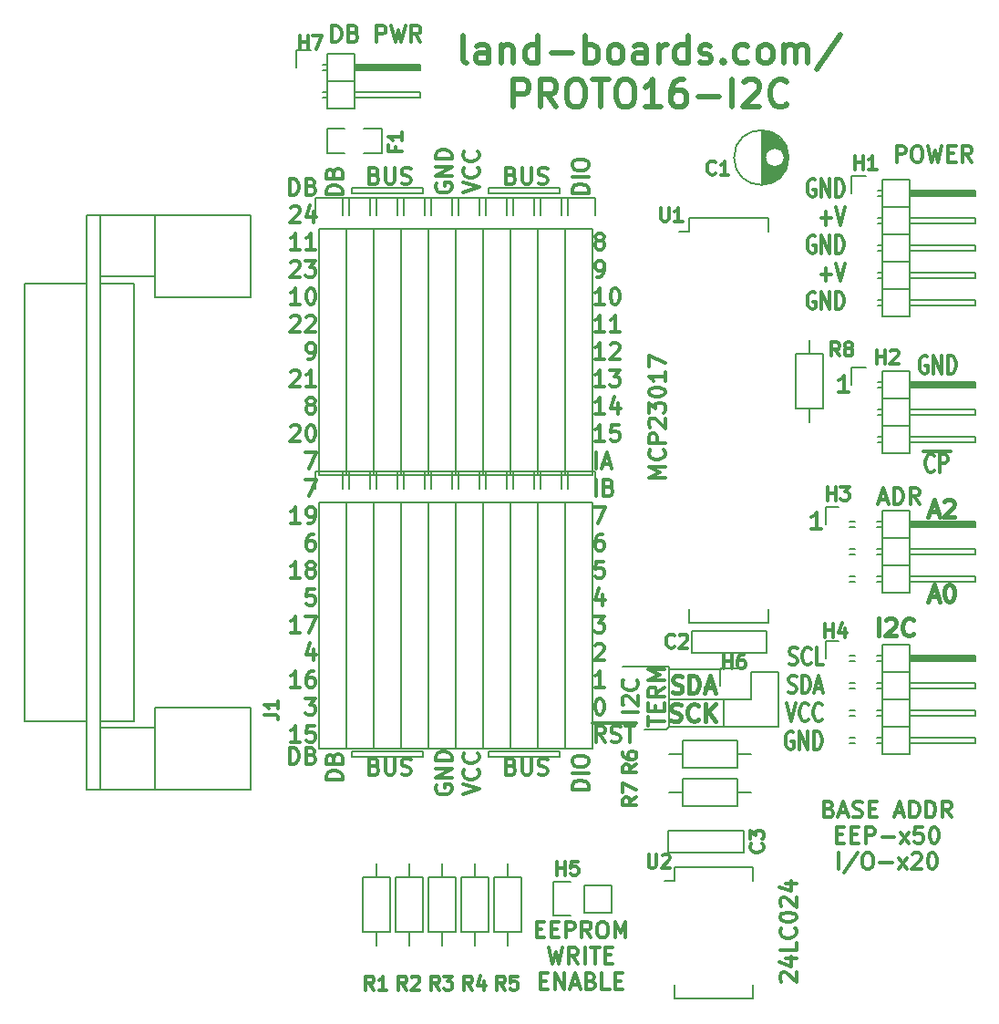
<source format=gto>
G04 #@! TF.FileFunction,Legend,Top*
%FSLAX46Y46*%
G04 Gerber Fmt 4.6, Leading zero omitted, Abs format (unit mm)*
G04 Created by KiCad (PCBNEW 4.0.1-stable) date 12/26/2016 8:09:41 PM*
%MOMM*%
G01*
G04 APERTURE LIST*
%ADD10C,0.150000*%
%ADD11C,0.200000*%
%ADD12C,0.300000*%
%ADD13C,0.396875*%
%ADD14C,0.508000*%
%ADD15C,0.127000*%
%ADD16C,0.317500*%
G04 APERTURE END LIST*
D10*
D11*
X57912000Y-75438000D02*
X62992000Y-75438000D01*
X57912000Y-72644000D02*
X57912000Y-77978000D01*
X57658000Y-78232000D02*
X55626000Y-78232000D01*
X57912000Y-77978000D02*
X57658000Y-78232000D01*
X62992000Y-77978000D02*
X57912000Y-77978000D01*
X57912000Y-72390000D02*
X53594000Y-72390000D01*
X57912000Y-72644000D02*
X57912000Y-72390000D01*
X62738000Y-72644000D02*
X57912000Y-72644000D01*
D12*
X69124286Y-72189162D02*
X69305714Y-72267781D01*
X69608095Y-72267781D01*
X69729048Y-72189162D01*
X69789524Y-72110543D01*
X69850000Y-71953305D01*
X69850000Y-71796067D01*
X69789524Y-71638829D01*
X69729048Y-71560210D01*
X69608095Y-71481590D01*
X69366191Y-71402971D01*
X69245238Y-71324352D01*
X69184762Y-71245733D01*
X69124286Y-71088495D01*
X69124286Y-70931257D01*
X69184762Y-70774019D01*
X69245238Y-70695400D01*
X69366191Y-70616781D01*
X69668571Y-70616781D01*
X69850000Y-70695400D01*
X71120000Y-72110543D02*
X71059524Y-72189162D01*
X70878095Y-72267781D01*
X70757143Y-72267781D01*
X70575715Y-72189162D01*
X70454762Y-72031924D01*
X70394286Y-71874686D01*
X70333810Y-71560210D01*
X70333810Y-71324352D01*
X70394286Y-71009876D01*
X70454762Y-70852638D01*
X70575715Y-70695400D01*
X70757143Y-70616781D01*
X70878095Y-70616781D01*
X71059524Y-70695400D01*
X71120000Y-70774019D01*
X72269048Y-72267781D02*
X71664286Y-72267781D01*
X71664286Y-70616781D01*
X69063810Y-74800562D02*
X69245238Y-74879181D01*
X69547619Y-74879181D01*
X69668572Y-74800562D01*
X69729048Y-74721943D01*
X69789524Y-74564705D01*
X69789524Y-74407467D01*
X69729048Y-74250229D01*
X69668572Y-74171610D01*
X69547619Y-74092990D01*
X69305715Y-74014371D01*
X69184762Y-73935752D01*
X69124286Y-73857133D01*
X69063810Y-73699895D01*
X69063810Y-73542657D01*
X69124286Y-73385419D01*
X69184762Y-73306800D01*
X69305715Y-73228181D01*
X69608095Y-73228181D01*
X69789524Y-73306800D01*
X70333810Y-74879181D02*
X70333810Y-73228181D01*
X70636191Y-73228181D01*
X70817619Y-73306800D01*
X70938572Y-73464038D01*
X70999048Y-73621276D01*
X71059524Y-73935752D01*
X71059524Y-74171610D01*
X70999048Y-74486086D01*
X70938572Y-74643324D01*
X70817619Y-74800562D01*
X70636191Y-74879181D01*
X70333810Y-74879181D01*
X71543334Y-74407467D02*
X72148096Y-74407467D01*
X71422381Y-74879181D02*
X71845715Y-73228181D01*
X72269048Y-74879181D01*
X68882381Y-75839581D02*
X69305715Y-77490581D01*
X69729048Y-75839581D01*
X70878095Y-77333343D02*
X70817619Y-77411962D01*
X70636190Y-77490581D01*
X70515238Y-77490581D01*
X70333810Y-77411962D01*
X70212857Y-77254724D01*
X70152381Y-77097486D01*
X70091905Y-76783010D01*
X70091905Y-76547152D01*
X70152381Y-76232676D01*
X70212857Y-76075438D01*
X70333810Y-75918200D01*
X70515238Y-75839581D01*
X70636190Y-75839581D01*
X70817619Y-75918200D01*
X70878095Y-75996819D01*
X72148095Y-77333343D02*
X72087619Y-77411962D01*
X71906190Y-77490581D01*
X71785238Y-77490581D01*
X71603810Y-77411962D01*
X71482857Y-77254724D01*
X71422381Y-77097486D01*
X71361905Y-76783010D01*
X71361905Y-76547152D01*
X71422381Y-76232676D01*
X71482857Y-76075438D01*
X71603810Y-75918200D01*
X71785238Y-75839581D01*
X71906190Y-75839581D01*
X72087619Y-75918200D01*
X72148095Y-75996819D01*
X69487143Y-78529600D02*
X69366191Y-78450981D01*
X69184762Y-78450981D01*
X69003334Y-78529600D01*
X68882381Y-78686838D01*
X68821905Y-78844076D01*
X68761429Y-79158552D01*
X68761429Y-79394410D01*
X68821905Y-79708886D01*
X68882381Y-79866124D01*
X69003334Y-80023362D01*
X69184762Y-80101981D01*
X69305714Y-80101981D01*
X69487143Y-80023362D01*
X69547619Y-79944743D01*
X69547619Y-79394410D01*
X69305714Y-79394410D01*
X70091905Y-80101981D02*
X70091905Y-78450981D01*
X70817619Y-80101981D01*
X70817619Y-78450981D01*
X71422381Y-80101981D02*
X71422381Y-78450981D01*
X71724762Y-78450981D01*
X71906190Y-78529600D01*
X72027143Y-78686838D01*
X72087619Y-78844076D01*
X72148095Y-79158552D01*
X72148095Y-79394410D01*
X72087619Y-79708886D01*
X72027143Y-79866124D01*
X71906190Y-80023362D01*
X71724762Y-80101981D01*
X71422381Y-80101981D01*
X72056572Y-59606571D02*
X71199429Y-59606571D01*
X71628001Y-59606571D02*
X71628001Y-58106571D01*
X71485144Y-58320857D01*
X71342286Y-58463714D01*
X71199429Y-58535143D01*
X26662572Y-14394571D02*
X26662572Y-12894571D01*
X27019715Y-12894571D01*
X27234000Y-12966000D01*
X27376858Y-13108857D01*
X27448286Y-13251714D01*
X27519715Y-13537429D01*
X27519715Y-13751714D01*
X27448286Y-14037429D01*
X27376858Y-14180286D01*
X27234000Y-14323143D01*
X27019715Y-14394571D01*
X26662572Y-14394571D01*
X28662572Y-13608857D02*
X28876858Y-13680286D01*
X28948286Y-13751714D01*
X29019715Y-13894571D01*
X29019715Y-14108857D01*
X28948286Y-14251714D01*
X28876858Y-14323143D01*
X28734000Y-14394571D01*
X28162572Y-14394571D01*
X28162572Y-12894571D01*
X28662572Y-12894571D01*
X28805429Y-12966000D01*
X28876858Y-13037429D01*
X28948286Y-13180286D01*
X28948286Y-13323143D01*
X28876858Y-13466000D01*
X28805429Y-13537429D01*
X28662572Y-13608857D01*
X28162572Y-13608857D01*
X30805429Y-14394571D02*
X30805429Y-12894571D01*
X31376857Y-12894571D01*
X31519715Y-12966000D01*
X31591143Y-13037429D01*
X31662572Y-13180286D01*
X31662572Y-13394571D01*
X31591143Y-13537429D01*
X31519715Y-13608857D01*
X31376857Y-13680286D01*
X30805429Y-13680286D01*
X32162572Y-12894571D02*
X32519715Y-14394571D01*
X32805429Y-13323143D01*
X33091143Y-14394571D01*
X33448286Y-12894571D01*
X34876858Y-14394571D02*
X34376858Y-13680286D01*
X34019715Y-14394571D02*
X34019715Y-12894571D01*
X34591143Y-12894571D01*
X34734001Y-12966000D01*
X34805429Y-13037429D01*
X34876858Y-13180286D01*
X34876858Y-13394571D01*
X34805429Y-13537429D01*
X34734001Y-13608857D01*
X34591143Y-13680286D01*
X34019715Y-13680286D01*
X52014286Y-79418571D02*
X51514286Y-78704286D01*
X51157143Y-79418571D02*
X51157143Y-77918571D01*
X51728571Y-77918571D01*
X51871429Y-77990000D01*
X51942857Y-78061429D01*
X52014286Y-78204286D01*
X52014286Y-78418571D01*
X51942857Y-78561429D01*
X51871429Y-78632857D01*
X51728571Y-78704286D01*
X51157143Y-78704286D01*
X52585714Y-79347143D02*
X52800000Y-79418571D01*
X53157143Y-79418571D01*
X53300000Y-79347143D01*
X53371429Y-79275714D01*
X53442857Y-79132857D01*
X53442857Y-78990000D01*
X53371429Y-78847143D01*
X53300000Y-78775714D01*
X53157143Y-78704286D01*
X52871429Y-78632857D01*
X52728571Y-78561429D01*
X52657143Y-78490000D01*
X52585714Y-78347143D01*
X52585714Y-78204286D01*
X52657143Y-78061429D01*
X52728571Y-77990000D01*
X52871429Y-77918571D01*
X53228571Y-77918571D01*
X53442857Y-77990000D01*
X53871428Y-77918571D02*
X54728571Y-77918571D01*
X54300000Y-79418571D02*
X54300000Y-77918571D01*
X50800000Y-77660000D02*
X54871428Y-77660000D01*
X51157143Y-56558571D02*
X51157143Y-55058571D01*
X52371429Y-55772857D02*
X52585715Y-55844286D01*
X52657143Y-55915714D01*
X52728572Y-56058571D01*
X52728572Y-56272857D01*
X52657143Y-56415714D01*
X52585715Y-56487143D01*
X52442857Y-56558571D01*
X51871429Y-56558571D01*
X51871429Y-55058571D01*
X52371429Y-55058571D01*
X52514286Y-55130000D01*
X52585715Y-55201429D01*
X52657143Y-55344286D01*
X52657143Y-55487143D01*
X52585715Y-55630000D01*
X52514286Y-55701429D01*
X52371429Y-55772857D01*
X51871429Y-55772857D01*
X51157143Y-54018571D02*
X51157143Y-52518571D01*
X51800000Y-53590000D02*
X52514286Y-53590000D01*
X51657143Y-54018571D02*
X52157143Y-52518571D01*
X52657143Y-54018571D01*
X51442857Y-75378571D02*
X51585714Y-75378571D01*
X51728571Y-75450000D01*
X51800000Y-75521429D01*
X51871429Y-75664286D01*
X51942857Y-75950000D01*
X51942857Y-76307143D01*
X51871429Y-76592857D01*
X51800000Y-76735714D01*
X51728571Y-76807143D01*
X51585714Y-76878571D01*
X51442857Y-76878571D01*
X51300000Y-76807143D01*
X51228571Y-76735714D01*
X51157143Y-76592857D01*
X51085714Y-76307143D01*
X51085714Y-75950000D01*
X51157143Y-75664286D01*
X51228571Y-75521429D01*
X51300000Y-75450000D01*
X51442857Y-75378571D01*
X51942857Y-74338571D02*
X51085714Y-74338571D01*
X51514286Y-74338571D02*
X51514286Y-72838571D01*
X51371429Y-73052857D01*
X51228571Y-73195714D01*
X51085714Y-73267143D01*
X51085714Y-70441429D02*
X51157143Y-70370000D01*
X51300000Y-70298571D01*
X51657143Y-70298571D01*
X51800000Y-70370000D01*
X51871429Y-70441429D01*
X51942857Y-70584286D01*
X51942857Y-70727143D01*
X51871429Y-70941429D01*
X51014286Y-71798571D01*
X51942857Y-71798571D01*
X51014286Y-67758571D02*
X51942857Y-67758571D01*
X51442857Y-68330000D01*
X51657143Y-68330000D01*
X51800000Y-68401429D01*
X51871429Y-68472857D01*
X51942857Y-68615714D01*
X51942857Y-68972857D01*
X51871429Y-69115714D01*
X51800000Y-69187143D01*
X51657143Y-69258571D01*
X51228571Y-69258571D01*
X51085714Y-69187143D01*
X51014286Y-69115714D01*
X51800000Y-65718571D02*
X51800000Y-66718571D01*
X51442857Y-65147143D02*
X51085714Y-66218571D01*
X52014286Y-66218571D01*
X51871429Y-62678571D02*
X51157143Y-62678571D01*
X51085714Y-63392857D01*
X51157143Y-63321429D01*
X51300000Y-63250000D01*
X51657143Y-63250000D01*
X51800000Y-63321429D01*
X51871429Y-63392857D01*
X51942857Y-63535714D01*
X51942857Y-63892857D01*
X51871429Y-64035714D01*
X51800000Y-64107143D01*
X51657143Y-64178571D01*
X51300000Y-64178571D01*
X51157143Y-64107143D01*
X51085714Y-64035714D01*
X51800000Y-60138571D02*
X51514286Y-60138571D01*
X51371429Y-60210000D01*
X51300000Y-60281429D01*
X51157143Y-60495714D01*
X51085714Y-60781429D01*
X51085714Y-61352857D01*
X51157143Y-61495714D01*
X51228571Y-61567143D01*
X51371429Y-61638571D01*
X51657143Y-61638571D01*
X51800000Y-61567143D01*
X51871429Y-61495714D01*
X51942857Y-61352857D01*
X51942857Y-60995714D01*
X51871429Y-60852857D01*
X51800000Y-60781429D01*
X51657143Y-60710000D01*
X51371429Y-60710000D01*
X51228571Y-60781429D01*
X51157143Y-60852857D01*
X51085714Y-60995714D01*
X51014286Y-57598571D02*
X52014286Y-57598571D01*
X51371429Y-59098571D01*
X51942857Y-51478571D02*
X51085714Y-51478571D01*
X51514286Y-51478571D02*
X51514286Y-49978571D01*
X51371429Y-50192857D01*
X51228571Y-50335714D01*
X51085714Y-50407143D01*
X53300000Y-49978571D02*
X52585714Y-49978571D01*
X52514285Y-50692857D01*
X52585714Y-50621429D01*
X52728571Y-50550000D01*
X53085714Y-50550000D01*
X53228571Y-50621429D01*
X53300000Y-50692857D01*
X53371428Y-50835714D01*
X53371428Y-51192857D01*
X53300000Y-51335714D01*
X53228571Y-51407143D01*
X53085714Y-51478571D01*
X52728571Y-51478571D01*
X52585714Y-51407143D01*
X52514285Y-51335714D01*
X51942857Y-48938571D02*
X51085714Y-48938571D01*
X51514286Y-48938571D02*
X51514286Y-47438571D01*
X51371429Y-47652857D01*
X51228571Y-47795714D01*
X51085714Y-47867143D01*
X53228571Y-47938571D02*
X53228571Y-48938571D01*
X52871428Y-47367143D02*
X52514285Y-48438571D01*
X53442857Y-48438571D01*
X51942857Y-46398571D02*
X51085714Y-46398571D01*
X51514286Y-46398571D02*
X51514286Y-44898571D01*
X51371429Y-45112857D01*
X51228571Y-45255714D01*
X51085714Y-45327143D01*
X52442857Y-44898571D02*
X53371428Y-44898571D01*
X52871428Y-45470000D01*
X53085714Y-45470000D01*
X53228571Y-45541429D01*
X53300000Y-45612857D01*
X53371428Y-45755714D01*
X53371428Y-46112857D01*
X53300000Y-46255714D01*
X53228571Y-46327143D01*
X53085714Y-46398571D01*
X52657142Y-46398571D01*
X52514285Y-46327143D01*
X52442857Y-46255714D01*
X51942857Y-43858571D02*
X51085714Y-43858571D01*
X51514286Y-43858571D02*
X51514286Y-42358571D01*
X51371429Y-42572857D01*
X51228571Y-42715714D01*
X51085714Y-42787143D01*
X52514285Y-42501429D02*
X52585714Y-42430000D01*
X52728571Y-42358571D01*
X53085714Y-42358571D01*
X53228571Y-42430000D01*
X53300000Y-42501429D01*
X53371428Y-42644286D01*
X53371428Y-42787143D01*
X53300000Y-43001429D01*
X52442857Y-43858571D01*
X53371428Y-43858571D01*
X51942857Y-41318571D02*
X51085714Y-41318571D01*
X51514286Y-41318571D02*
X51514286Y-39818571D01*
X51371429Y-40032857D01*
X51228571Y-40175714D01*
X51085714Y-40247143D01*
X53371428Y-41318571D02*
X52514285Y-41318571D01*
X52942857Y-41318571D02*
X52942857Y-39818571D01*
X52800000Y-40032857D01*
X52657142Y-40175714D01*
X52514285Y-40247143D01*
X51942857Y-38778571D02*
X51085714Y-38778571D01*
X51514286Y-38778571D02*
X51514286Y-37278571D01*
X51371429Y-37492857D01*
X51228571Y-37635714D01*
X51085714Y-37707143D01*
X52871428Y-37278571D02*
X53014285Y-37278571D01*
X53157142Y-37350000D01*
X53228571Y-37421429D01*
X53300000Y-37564286D01*
X53371428Y-37850000D01*
X53371428Y-38207143D01*
X53300000Y-38492857D01*
X53228571Y-38635714D01*
X53157142Y-38707143D01*
X53014285Y-38778571D01*
X52871428Y-38778571D01*
X52728571Y-38707143D01*
X52657142Y-38635714D01*
X52585714Y-38492857D01*
X52514285Y-38207143D01*
X52514285Y-37850000D01*
X52585714Y-37564286D01*
X52657142Y-37421429D01*
X52728571Y-37350000D01*
X52871428Y-37278571D01*
X51228571Y-36238571D02*
X51514286Y-36238571D01*
X51657143Y-36167143D01*
X51728571Y-36095714D01*
X51871429Y-35881429D01*
X51942857Y-35595714D01*
X51942857Y-35024286D01*
X51871429Y-34881429D01*
X51800000Y-34810000D01*
X51657143Y-34738571D01*
X51371429Y-34738571D01*
X51228571Y-34810000D01*
X51157143Y-34881429D01*
X51085714Y-35024286D01*
X51085714Y-35381429D01*
X51157143Y-35524286D01*
X51228571Y-35595714D01*
X51371429Y-35667143D01*
X51657143Y-35667143D01*
X51800000Y-35595714D01*
X51871429Y-35524286D01*
X51942857Y-35381429D01*
X51371429Y-32841429D02*
X51228571Y-32770000D01*
X51157143Y-32698571D01*
X51085714Y-32555714D01*
X51085714Y-32484286D01*
X51157143Y-32341429D01*
X51228571Y-32270000D01*
X51371429Y-32198571D01*
X51657143Y-32198571D01*
X51800000Y-32270000D01*
X51871429Y-32341429D01*
X51942857Y-32484286D01*
X51942857Y-32555714D01*
X51871429Y-32698571D01*
X51800000Y-32770000D01*
X51657143Y-32841429D01*
X51371429Y-32841429D01*
X51228571Y-32912857D01*
X51157143Y-32984286D01*
X51085714Y-33127143D01*
X51085714Y-33412857D01*
X51157143Y-33555714D01*
X51228571Y-33627143D01*
X51371429Y-33698571D01*
X51657143Y-33698571D01*
X51800000Y-33627143D01*
X51871429Y-33555714D01*
X51942857Y-33412857D01*
X51942857Y-33127143D01*
X51871429Y-32984286D01*
X51800000Y-32912857D01*
X51657143Y-32841429D01*
X23685715Y-79418571D02*
X22828572Y-79418571D01*
X23257144Y-79418571D02*
X23257144Y-77918571D01*
X23114287Y-78132857D01*
X22971429Y-78275714D01*
X22828572Y-78347143D01*
X25042858Y-77918571D02*
X24328572Y-77918571D01*
X24257143Y-78632857D01*
X24328572Y-78561429D01*
X24471429Y-78490000D01*
X24828572Y-78490000D01*
X24971429Y-78561429D01*
X25042858Y-78632857D01*
X25114286Y-78775714D01*
X25114286Y-79132857D01*
X25042858Y-79275714D01*
X24971429Y-79347143D01*
X24828572Y-79418571D01*
X24471429Y-79418571D01*
X24328572Y-79347143D01*
X24257143Y-79275714D01*
X24185715Y-75378571D02*
X25114286Y-75378571D01*
X24614286Y-75950000D01*
X24828572Y-75950000D01*
X24971429Y-76021429D01*
X25042858Y-76092857D01*
X25114286Y-76235714D01*
X25114286Y-76592857D01*
X25042858Y-76735714D01*
X24971429Y-76807143D01*
X24828572Y-76878571D01*
X24400000Y-76878571D01*
X24257143Y-76807143D01*
X24185715Y-76735714D01*
X23685715Y-74338571D02*
X22828572Y-74338571D01*
X23257144Y-74338571D02*
X23257144Y-72838571D01*
X23114287Y-73052857D01*
X22971429Y-73195714D01*
X22828572Y-73267143D01*
X24971429Y-72838571D02*
X24685715Y-72838571D01*
X24542858Y-72910000D01*
X24471429Y-72981429D01*
X24328572Y-73195714D01*
X24257143Y-73481429D01*
X24257143Y-74052857D01*
X24328572Y-74195714D01*
X24400000Y-74267143D01*
X24542858Y-74338571D01*
X24828572Y-74338571D01*
X24971429Y-74267143D01*
X25042858Y-74195714D01*
X25114286Y-74052857D01*
X25114286Y-73695714D01*
X25042858Y-73552857D01*
X24971429Y-73481429D01*
X24828572Y-73410000D01*
X24542858Y-73410000D01*
X24400000Y-73481429D01*
X24328572Y-73552857D01*
X24257143Y-73695714D01*
X24971429Y-70798571D02*
X24971429Y-71798571D01*
X24614286Y-70227143D02*
X24257143Y-71298571D01*
X25185715Y-71298571D01*
X23685715Y-69258571D02*
X22828572Y-69258571D01*
X23257144Y-69258571D02*
X23257144Y-67758571D01*
X23114287Y-67972857D01*
X22971429Y-68115714D01*
X22828572Y-68187143D01*
X24185715Y-67758571D02*
X25185715Y-67758571D01*
X24542858Y-69258571D01*
X25042858Y-65218571D02*
X24328572Y-65218571D01*
X24257143Y-65932857D01*
X24328572Y-65861429D01*
X24471429Y-65790000D01*
X24828572Y-65790000D01*
X24971429Y-65861429D01*
X25042858Y-65932857D01*
X25114286Y-66075714D01*
X25114286Y-66432857D01*
X25042858Y-66575714D01*
X24971429Y-66647143D01*
X24828572Y-66718571D01*
X24471429Y-66718571D01*
X24328572Y-66647143D01*
X24257143Y-66575714D01*
X23685715Y-64178571D02*
X22828572Y-64178571D01*
X23257144Y-64178571D02*
X23257144Y-62678571D01*
X23114287Y-62892857D01*
X22971429Y-63035714D01*
X22828572Y-63107143D01*
X24542858Y-63321429D02*
X24400000Y-63250000D01*
X24328572Y-63178571D01*
X24257143Y-63035714D01*
X24257143Y-62964286D01*
X24328572Y-62821429D01*
X24400000Y-62750000D01*
X24542858Y-62678571D01*
X24828572Y-62678571D01*
X24971429Y-62750000D01*
X25042858Y-62821429D01*
X25114286Y-62964286D01*
X25114286Y-63035714D01*
X25042858Y-63178571D01*
X24971429Y-63250000D01*
X24828572Y-63321429D01*
X24542858Y-63321429D01*
X24400000Y-63392857D01*
X24328572Y-63464286D01*
X24257143Y-63607143D01*
X24257143Y-63892857D01*
X24328572Y-64035714D01*
X24400000Y-64107143D01*
X24542858Y-64178571D01*
X24828572Y-64178571D01*
X24971429Y-64107143D01*
X25042858Y-64035714D01*
X25114286Y-63892857D01*
X25114286Y-63607143D01*
X25042858Y-63464286D01*
X24971429Y-63392857D01*
X24828572Y-63321429D01*
X24971429Y-60138571D02*
X24685715Y-60138571D01*
X24542858Y-60210000D01*
X24471429Y-60281429D01*
X24328572Y-60495714D01*
X24257143Y-60781429D01*
X24257143Y-61352857D01*
X24328572Y-61495714D01*
X24400000Y-61567143D01*
X24542858Y-61638571D01*
X24828572Y-61638571D01*
X24971429Y-61567143D01*
X25042858Y-61495714D01*
X25114286Y-61352857D01*
X25114286Y-60995714D01*
X25042858Y-60852857D01*
X24971429Y-60781429D01*
X24828572Y-60710000D01*
X24542858Y-60710000D01*
X24400000Y-60781429D01*
X24328572Y-60852857D01*
X24257143Y-60995714D01*
X23685715Y-59098571D02*
X22828572Y-59098571D01*
X23257144Y-59098571D02*
X23257144Y-57598571D01*
X23114287Y-57812857D01*
X22971429Y-57955714D01*
X22828572Y-58027143D01*
X24400000Y-59098571D02*
X24685715Y-59098571D01*
X24828572Y-59027143D01*
X24900000Y-58955714D01*
X25042858Y-58741429D01*
X25114286Y-58455714D01*
X25114286Y-57884286D01*
X25042858Y-57741429D01*
X24971429Y-57670000D01*
X24828572Y-57598571D01*
X24542858Y-57598571D01*
X24400000Y-57670000D01*
X24328572Y-57741429D01*
X24257143Y-57884286D01*
X24257143Y-58241429D01*
X24328572Y-58384286D01*
X24400000Y-58455714D01*
X24542858Y-58527143D01*
X24828572Y-58527143D01*
X24971429Y-58455714D01*
X25042858Y-58384286D01*
X25114286Y-58241429D01*
X24185715Y-55058571D02*
X25185715Y-55058571D01*
X24542858Y-56558571D01*
X24185715Y-52518571D02*
X25185715Y-52518571D01*
X24542858Y-54018571D01*
X22733143Y-81450571D02*
X22733143Y-79950571D01*
X23090286Y-79950571D01*
X23304571Y-80022000D01*
X23447429Y-80164857D01*
X23518857Y-80307714D01*
X23590286Y-80593429D01*
X23590286Y-80807714D01*
X23518857Y-81093429D01*
X23447429Y-81236286D01*
X23304571Y-81379143D01*
X23090286Y-81450571D01*
X22733143Y-81450571D01*
X24733143Y-80664857D02*
X24947429Y-80736286D01*
X25018857Y-80807714D01*
X25090286Y-80950571D01*
X25090286Y-81164857D01*
X25018857Y-81307714D01*
X24947429Y-81379143D01*
X24804571Y-81450571D01*
X24233143Y-81450571D01*
X24233143Y-79950571D01*
X24733143Y-79950571D01*
X24876000Y-80022000D01*
X24947429Y-80093429D01*
X25018857Y-80236286D01*
X25018857Y-80379143D01*
X24947429Y-80522000D01*
X24876000Y-80593429D01*
X24733143Y-80664857D01*
X24233143Y-80664857D01*
X43311143Y-81680857D02*
X43525429Y-81752286D01*
X43596857Y-81823714D01*
X43668286Y-81966571D01*
X43668286Y-82180857D01*
X43596857Y-82323714D01*
X43525429Y-82395143D01*
X43382571Y-82466571D01*
X42811143Y-82466571D01*
X42811143Y-80966571D01*
X43311143Y-80966571D01*
X43454000Y-81038000D01*
X43525429Y-81109429D01*
X43596857Y-81252286D01*
X43596857Y-81395143D01*
X43525429Y-81538000D01*
X43454000Y-81609429D01*
X43311143Y-81680857D01*
X42811143Y-81680857D01*
X44311143Y-80966571D02*
X44311143Y-82180857D01*
X44382571Y-82323714D01*
X44454000Y-82395143D01*
X44596857Y-82466571D01*
X44882571Y-82466571D01*
X45025429Y-82395143D01*
X45096857Y-82323714D01*
X45168286Y-82180857D01*
X45168286Y-80966571D01*
X45811143Y-82395143D02*
X46025429Y-82466571D01*
X46382572Y-82466571D01*
X46525429Y-82395143D01*
X46596858Y-82323714D01*
X46668286Y-82180857D01*
X46668286Y-82038000D01*
X46596858Y-81895143D01*
X46525429Y-81823714D01*
X46382572Y-81752286D01*
X46096858Y-81680857D01*
X45954000Y-81609429D01*
X45882572Y-81538000D01*
X45811143Y-81395143D01*
X45811143Y-81252286D01*
X45882572Y-81109429D01*
X45954000Y-81038000D01*
X46096858Y-80966571D01*
X46454000Y-80966571D01*
X46668286Y-81038000D01*
X30611143Y-81680857D02*
X30825429Y-81752286D01*
X30896857Y-81823714D01*
X30968286Y-81966571D01*
X30968286Y-82180857D01*
X30896857Y-82323714D01*
X30825429Y-82395143D01*
X30682571Y-82466571D01*
X30111143Y-82466571D01*
X30111143Y-80966571D01*
X30611143Y-80966571D01*
X30754000Y-81038000D01*
X30825429Y-81109429D01*
X30896857Y-81252286D01*
X30896857Y-81395143D01*
X30825429Y-81538000D01*
X30754000Y-81609429D01*
X30611143Y-81680857D01*
X30111143Y-81680857D01*
X31611143Y-80966571D02*
X31611143Y-82180857D01*
X31682571Y-82323714D01*
X31754000Y-82395143D01*
X31896857Y-82466571D01*
X32182571Y-82466571D01*
X32325429Y-82395143D01*
X32396857Y-82323714D01*
X32468286Y-82180857D01*
X32468286Y-80966571D01*
X33111143Y-82395143D02*
X33325429Y-82466571D01*
X33682572Y-82466571D01*
X33825429Y-82395143D01*
X33896858Y-82323714D01*
X33968286Y-82180857D01*
X33968286Y-82038000D01*
X33896858Y-81895143D01*
X33825429Y-81823714D01*
X33682572Y-81752286D01*
X33396858Y-81680857D01*
X33254000Y-81609429D01*
X33182572Y-81538000D01*
X33111143Y-81395143D01*
X33111143Y-81252286D01*
X33182572Y-81109429D01*
X33254000Y-81038000D01*
X33396858Y-80966571D01*
X33754000Y-80966571D01*
X33968286Y-81038000D01*
X30611143Y-26816857D02*
X30825429Y-26888286D01*
X30896857Y-26959714D01*
X30968286Y-27102571D01*
X30968286Y-27316857D01*
X30896857Y-27459714D01*
X30825429Y-27531143D01*
X30682571Y-27602571D01*
X30111143Y-27602571D01*
X30111143Y-26102571D01*
X30611143Y-26102571D01*
X30754000Y-26174000D01*
X30825429Y-26245429D01*
X30896857Y-26388286D01*
X30896857Y-26531143D01*
X30825429Y-26674000D01*
X30754000Y-26745429D01*
X30611143Y-26816857D01*
X30111143Y-26816857D01*
X31611143Y-26102571D02*
X31611143Y-27316857D01*
X31682571Y-27459714D01*
X31754000Y-27531143D01*
X31896857Y-27602571D01*
X32182571Y-27602571D01*
X32325429Y-27531143D01*
X32396857Y-27459714D01*
X32468286Y-27316857D01*
X32468286Y-26102571D01*
X33111143Y-27531143D02*
X33325429Y-27602571D01*
X33682572Y-27602571D01*
X33825429Y-27531143D01*
X33896858Y-27459714D01*
X33968286Y-27316857D01*
X33968286Y-27174000D01*
X33896858Y-27031143D01*
X33825429Y-26959714D01*
X33682572Y-26888286D01*
X33396858Y-26816857D01*
X33254000Y-26745429D01*
X33182572Y-26674000D01*
X33111143Y-26531143D01*
X33111143Y-26388286D01*
X33182572Y-26245429D01*
X33254000Y-26174000D01*
X33396858Y-26102571D01*
X33754000Y-26102571D01*
X33968286Y-26174000D01*
X43311143Y-26816857D02*
X43525429Y-26888286D01*
X43596857Y-26959714D01*
X43668286Y-27102571D01*
X43668286Y-27316857D01*
X43596857Y-27459714D01*
X43525429Y-27531143D01*
X43382571Y-27602571D01*
X42811143Y-27602571D01*
X42811143Y-26102571D01*
X43311143Y-26102571D01*
X43454000Y-26174000D01*
X43525429Y-26245429D01*
X43596857Y-26388286D01*
X43596857Y-26531143D01*
X43525429Y-26674000D01*
X43454000Y-26745429D01*
X43311143Y-26816857D01*
X42811143Y-26816857D01*
X44311143Y-26102571D02*
X44311143Y-27316857D01*
X44382571Y-27459714D01*
X44454000Y-27531143D01*
X44596857Y-27602571D01*
X44882571Y-27602571D01*
X45025429Y-27531143D01*
X45096857Y-27459714D01*
X45168286Y-27316857D01*
X45168286Y-26102571D01*
X45811143Y-27531143D02*
X46025429Y-27602571D01*
X46382572Y-27602571D01*
X46525429Y-27531143D01*
X46596858Y-27459714D01*
X46668286Y-27316857D01*
X46668286Y-27174000D01*
X46596858Y-27031143D01*
X46525429Y-26959714D01*
X46382572Y-26888286D01*
X46096858Y-26816857D01*
X45954000Y-26745429D01*
X45882572Y-26674000D01*
X45811143Y-26531143D01*
X45811143Y-26388286D01*
X45882572Y-26245429D01*
X45954000Y-26174000D01*
X46096858Y-26102571D01*
X46454000Y-26102571D01*
X46668286Y-26174000D01*
X22733143Y-28618571D02*
X22733143Y-27118571D01*
X23090286Y-27118571D01*
X23304571Y-27190000D01*
X23447429Y-27332857D01*
X23518857Y-27475714D01*
X23590286Y-27761429D01*
X23590286Y-27975714D01*
X23518857Y-28261429D01*
X23447429Y-28404286D01*
X23304571Y-28547143D01*
X23090286Y-28618571D01*
X22733143Y-28618571D01*
X24733143Y-27832857D02*
X24947429Y-27904286D01*
X25018857Y-27975714D01*
X25090286Y-28118571D01*
X25090286Y-28332857D01*
X25018857Y-28475714D01*
X24947429Y-28547143D01*
X24804571Y-28618571D01*
X24233143Y-28618571D01*
X24233143Y-27118571D01*
X24733143Y-27118571D01*
X24876000Y-27190000D01*
X24947429Y-27261429D01*
X25018857Y-27404286D01*
X25018857Y-27547143D01*
X24947429Y-27690000D01*
X24876000Y-27761429D01*
X24733143Y-27832857D01*
X24233143Y-27832857D01*
X22828572Y-50121429D02*
X22900001Y-50050000D01*
X23042858Y-49978571D01*
X23400001Y-49978571D01*
X23542858Y-50050000D01*
X23614287Y-50121429D01*
X23685715Y-50264286D01*
X23685715Y-50407143D01*
X23614287Y-50621429D01*
X22757144Y-51478571D01*
X23685715Y-51478571D01*
X24614286Y-49978571D02*
X24757143Y-49978571D01*
X24900000Y-50050000D01*
X24971429Y-50121429D01*
X25042858Y-50264286D01*
X25114286Y-50550000D01*
X25114286Y-50907143D01*
X25042858Y-51192857D01*
X24971429Y-51335714D01*
X24900000Y-51407143D01*
X24757143Y-51478571D01*
X24614286Y-51478571D01*
X24471429Y-51407143D01*
X24400000Y-51335714D01*
X24328572Y-51192857D01*
X24257143Y-50907143D01*
X24257143Y-50550000D01*
X24328572Y-50264286D01*
X24400000Y-50121429D01*
X24471429Y-50050000D01*
X24614286Y-49978571D01*
X24542858Y-48081429D02*
X24400000Y-48010000D01*
X24328572Y-47938571D01*
X24257143Y-47795714D01*
X24257143Y-47724286D01*
X24328572Y-47581429D01*
X24400000Y-47510000D01*
X24542858Y-47438571D01*
X24828572Y-47438571D01*
X24971429Y-47510000D01*
X25042858Y-47581429D01*
X25114286Y-47724286D01*
X25114286Y-47795714D01*
X25042858Y-47938571D01*
X24971429Y-48010000D01*
X24828572Y-48081429D01*
X24542858Y-48081429D01*
X24400000Y-48152857D01*
X24328572Y-48224286D01*
X24257143Y-48367143D01*
X24257143Y-48652857D01*
X24328572Y-48795714D01*
X24400000Y-48867143D01*
X24542858Y-48938571D01*
X24828572Y-48938571D01*
X24971429Y-48867143D01*
X25042858Y-48795714D01*
X25114286Y-48652857D01*
X25114286Y-48367143D01*
X25042858Y-48224286D01*
X24971429Y-48152857D01*
X24828572Y-48081429D01*
X22828572Y-45041429D02*
X22900001Y-44970000D01*
X23042858Y-44898571D01*
X23400001Y-44898571D01*
X23542858Y-44970000D01*
X23614287Y-45041429D01*
X23685715Y-45184286D01*
X23685715Y-45327143D01*
X23614287Y-45541429D01*
X22757144Y-46398571D01*
X23685715Y-46398571D01*
X25114286Y-46398571D02*
X24257143Y-46398571D01*
X24685715Y-46398571D02*
X24685715Y-44898571D01*
X24542858Y-45112857D01*
X24400000Y-45255714D01*
X24257143Y-45327143D01*
X24400000Y-43858571D02*
X24685715Y-43858571D01*
X24828572Y-43787143D01*
X24900000Y-43715714D01*
X25042858Y-43501429D01*
X25114286Y-43215714D01*
X25114286Y-42644286D01*
X25042858Y-42501429D01*
X24971429Y-42430000D01*
X24828572Y-42358571D01*
X24542858Y-42358571D01*
X24400000Y-42430000D01*
X24328572Y-42501429D01*
X24257143Y-42644286D01*
X24257143Y-43001429D01*
X24328572Y-43144286D01*
X24400000Y-43215714D01*
X24542858Y-43287143D01*
X24828572Y-43287143D01*
X24971429Y-43215714D01*
X25042858Y-43144286D01*
X25114286Y-43001429D01*
X22828572Y-39961429D02*
X22900001Y-39890000D01*
X23042858Y-39818571D01*
X23400001Y-39818571D01*
X23542858Y-39890000D01*
X23614287Y-39961429D01*
X23685715Y-40104286D01*
X23685715Y-40247143D01*
X23614287Y-40461429D01*
X22757144Y-41318571D01*
X23685715Y-41318571D01*
X24257143Y-39961429D02*
X24328572Y-39890000D01*
X24471429Y-39818571D01*
X24828572Y-39818571D01*
X24971429Y-39890000D01*
X25042858Y-39961429D01*
X25114286Y-40104286D01*
X25114286Y-40247143D01*
X25042858Y-40461429D01*
X24185715Y-41318571D01*
X25114286Y-41318571D01*
X23685715Y-38778571D02*
X22828572Y-38778571D01*
X23257144Y-38778571D02*
X23257144Y-37278571D01*
X23114287Y-37492857D01*
X22971429Y-37635714D01*
X22828572Y-37707143D01*
X24614286Y-37278571D02*
X24757143Y-37278571D01*
X24900000Y-37350000D01*
X24971429Y-37421429D01*
X25042858Y-37564286D01*
X25114286Y-37850000D01*
X25114286Y-38207143D01*
X25042858Y-38492857D01*
X24971429Y-38635714D01*
X24900000Y-38707143D01*
X24757143Y-38778571D01*
X24614286Y-38778571D01*
X24471429Y-38707143D01*
X24400000Y-38635714D01*
X24328572Y-38492857D01*
X24257143Y-38207143D01*
X24257143Y-37850000D01*
X24328572Y-37564286D01*
X24400000Y-37421429D01*
X24471429Y-37350000D01*
X24614286Y-37278571D01*
X22828572Y-34881429D02*
X22900001Y-34810000D01*
X23042858Y-34738571D01*
X23400001Y-34738571D01*
X23542858Y-34810000D01*
X23614287Y-34881429D01*
X23685715Y-35024286D01*
X23685715Y-35167143D01*
X23614287Y-35381429D01*
X22757144Y-36238571D01*
X23685715Y-36238571D01*
X24185715Y-34738571D02*
X25114286Y-34738571D01*
X24614286Y-35310000D01*
X24828572Y-35310000D01*
X24971429Y-35381429D01*
X25042858Y-35452857D01*
X25114286Y-35595714D01*
X25114286Y-35952857D01*
X25042858Y-36095714D01*
X24971429Y-36167143D01*
X24828572Y-36238571D01*
X24400000Y-36238571D01*
X24257143Y-36167143D01*
X24185715Y-36095714D01*
X23685715Y-33698571D02*
X22828572Y-33698571D01*
X23257144Y-33698571D02*
X23257144Y-32198571D01*
X23114287Y-32412857D01*
X22971429Y-32555714D01*
X22828572Y-32627143D01*
X25114286Y-33698571D02*
X24257143Y-33698571D01*
X24685715Y-33698571D02*
X24685715Y-32198571D01*
X24542858Y-32412857D01*
X24400000Y-32555714D01*
X24257143Y-32627143D01*
X22828572Y-29801429D02*
X22900001Y-29730000D01*
X23042858Y-29658571D01*
X23400001Y-29658571D01*
X23542858Y-29730000D01*
X23614287Y-29801429D01*
X23685715Y-29944286D01*
X23685715Y-30087143D01*
X23614287Y-30301429D01*
X22757144Y-31158571D01*
X23685715Y-31158571D01*
X24971429Y-30158571D02*
X24971429Y-31158571D01*
X24614286Y-29587143D02*
X24257143Y-30658571D01*
X25185715Y-30658571D01*
X50462571Y-28459714D02*
X48962571Y-28459714D01*
X48962571Y-28102571D01*
X49034000Y-27888286D01*
X49176857Y-27745428D01*
X49319714Y-27674000D01*
X49605429Y-27602571D01*
X49819714Y-27602571D01*
X50105429Y-27674000D01*
X50248286Y-27745428D01*
X50391143Y-27888286D01*
X50462571Y-28102571D01*
X50462571Y-28459714D01*
X50462571Y-26959714D02*
X48962571Y-26959714D01*
X48962571Y-25959714D02*
X48962571Y-25674000D01*
X49034000Y-25531142D01*
X49176857Y-25388285D01*
X49462571Y-25316857D01*
X49962571Y-25316857D01*
X50248286Y-25388285D01*
X50391143Y-25531142D01*
X50462571Y-25674000D01*
X50462571Y-25959714D01*
X50391143Y-26102571D01*
X50248286Y-26245428D01*
X49962571Y-26316857D01*
X49462571Y-26316857D01*
X49176857Y-26245428D01*
X49034000Y-26102571D01*
X48962571Y-25959714D01*
X50462571Y-83831714D02*
X48962571Y-83831714D01*
X48962571Y-83474571D01*
X49034000Y-83260286D01*
X49176857Y-83117428D01*
X49319714Y-83046000D01*
X49605429Y-82974571D01*
X49819714Y-82974571D01*
X50105429Y-83046000D01*
X50248286Y-83117428D01*
X50391143Y-83260286D01*
X50462571Y-83474571D01*
X50462571Y-83831714D01*
X50462571Y-82331714D02*
X48962571Y-82331714D01*
X48962571Y-81331714D02*
X48962571Y-81046000D01*
X49034000Y-80903142D01*
X49176857Y-80760285D01*
X49462571Y-80688857D01*
X49962571Y-80688857D01*
X50248286Y-80760285D01*
X50391143Y-80903142D01*
X50462571Y-81046000D01*
X50462571Y-81331714D01*
X50391143Y-81474571D01*
X50248286Y-81617428D01*
X49962571Y-81688857D01*
X49462571Y-81688857D01*
X49176857Y-81617428D01*
X49034000Y-81474571D01*
X48962571Y-81331714D01*
X27602571Y-82930857D02*
X26102571Y-82930857D01*
X26102571Y-82573714D01*
X26174000Y-82359429D01*
X26316857Y-82216571D01*
X26459714Y-82145143D01*
X26745429Y-82073714D01*
X26959714Y-82073714D01*
X27245429Y-82145143D01*
X27388286Y-82216571D01*
X27531143Y-82359429D01*
X27602571Y-82573714D01*
X27602571Y-82930857D01*
X26816857Y-80930857D02*
X26888286Y-80716571D01*
X26959714Y-80645143D01*
X27102571Y-80573714D01*
X27316857Y-80573714D01*
X27459714Y-80645143D01*
X27531143Y-80716571D01*
X27602571Y-80859429D01*
X27602571Y-81430857D01*
X26102571Y-81430857D01*
X26102571Y-80930857D01*
X26174000Y-80788000D01*
X26245429Y-80716571D01*
X26388286Y-80645143D01*
X26531143Y-80645143D01*
X26674000Y-80716571D01*
X26745429Y-80788000D01*
X26816857Y-80930857D01*
X26816857Y-81430857D01*
X27602571Y-28574857D02*
X26102571Y-28574857D01*
X26102571Y-28217714D01*
X26174000Y-28003429D01*
X26316857Y-27860571D01*
X26459714Y-27789143D01*
X26745429Y-27717714D01*
X26959714Y-27717714D01*
X27245429Y-27789143D01*
X27388286Y-27860571D01*
X27531143Y-28003429D01*
X27602571Y-28217714D01*
X27602571Y-28574857D01*
X26816857Y-26574857D02*
X26888286Y-26360571D01*
X26959714Y-26289143D01*
X27102571Y-26217714D01*
X27316857Y-26217714D01*
X27459714Y-26289143D01*
X27531143Y-26360571D01*
X27602571Y-26503429D01*
X27602571Y-27074857D01*
X26102571Y-27074857D01*
X26102571Y-26574857D01*
X26174000Y-26432000D01*
X26245429Y-26360571D01*
X26388286Y-26289143D01*
X26531143Y-26289143D01*
X26674000Y-26360571D01*
X26745429Y-26432000D01*
X26816857Y-26574857D01*
X26816857Y-27074857D01*
X38802571Y-84296000D02*
X40302571Y-83796000D01*
X38802571Y-83296000D01*
X40159714Y-81938857D02*
X40231143Y-82010286D01*
X40302571Y-82224572D01*
X40302571Y-82367429D01*
X40231143Y-82581714D01*
X40088286Y-82724572D01*
X39945429Y-82796000D01*
X39659714Y-82867429D01*
X39445429Y-82867429D01*
X39159714Y-82796000D01*
X39016857Y-82724572D01*
X38874000Y-82581714D01*
X38802571Y-82367429D01*
X38802571Y-82224572D01*
X38874000Y-82010286D01*
X38945429Y-81938857D01*
X40159714Y-80438857D02*
X40231143Y-80510286D01*
X40302571Y-80724572D01*
X40302571Y-80867429D01*
X40231143Y-81081714D01*
X40088286Y-81224572D01*
X39945429Y-81296000D01*
X39659714Y-81367429D01*
X39445429Y-81367429D01*
X39159714Y-81296000D01*
X39016857Y-81224572D01*
X38874000Y-81081714D01*
X38802571Y-80867429D01*
X38802571Y-80724572D01*
X38874000Y-80510286D01*
X38945429Y-80438857D01*
X36334000Y-83438857D02*
X36262571Y-83581714D01*
X36262571Y-83796000D01*
X36334000Y-84010285D01*
X36476857Y-84153143D01*
X36619714Y-84224571D01*
X36905429Y-84296000D01*
X37119714Y-84296000D01*
X37405429Y-84224571D01*
X37548286Y-84153143D01*
X37691143Y-84010285D01*
X37762571Y-83796000D01*
X37762571Y-83653143D01*
X37691143Y-83438857D01*
X37619714Y-83367428D01*
X37119714Y-83367428D01*
X37119714Y-83653143D01*
X37762571Y-82724571D02*
X36262571Y-82724571D01*
X37762571Y-81867428D01*
X36262571Y-81867428D01*
X37762571Y-81153142D02*
X36262571Y-81153142D01*
X36262571Y-80795999D01*
X36334000Y-80581714D01*
X36476857Y-80438856D01*
X36619714Y-80367428D01*
X36905429Y-80295999D01*
X37119714Y-80295999D01*
X37405429Y-80367428D01*
X37548286Y-80438856D01*
X37691143Y-80581714D01*
X37762571Y-80795999D01*
X37762571Y-81153142D01*
X38802571Y-28416000D02*
X40302571Y-27916000D01*
X38802571Y-27416000D01*
X40159714Y-26058857D02*
X40231143Y-26130286D01*
X40302571Y-26344572D01*
X40302571Y-26487429D01*
X40231143Y-26701714D01*
X40088286Y-26844572D01*
X39945429Y-26916000D01*
X39659714Y-26987429D01*
X39445429Y-26987429D01*
X39159714Y-26916000D01*
X39016857Y-26844572D01*
X38874000Y-26701714D01*
X38802571Y-26487429D01*
X38802571Y-26344572D01*
X38874000Y-26130286D01*
X38945429Y-26058857D01*
X40159714Y-24558857D02*
X40231143Y-24630286D01*
X40302571Y-24844572D01*
X40302571Y-24987429D01*
X40231143Y-25201714D01*
X40088286Y-25344572D01*
X39945429Y-25416000D01*
X39659714Y-25487429D01*
X39445429Y-25487429D01*
X39159714Y-25416000D01*
X39016857Y-25344572D01*
X38874000Y-25201714D01*
X38802571Y-24987429D01*
X38802571Y-24844572D01*
X38874000Y-24630286D01*
X38945429Y-24558857D01*
X36334000Y-27558857D02*
X36262571Y-27701714D01*
X36262571Y-27916000D01*
X36334000Y-28130285D01*
X36476857Y-28273143D01*
X36619714Y-28344571D01*
X36905429Y-28416000D01*
X37119714Y-28416000D01*
X37405429Y-28344571D01*
X37548286Y-28273143D01*
X37691143Y-28130285D01*
X37762571Y-27916000D01*
X37762571Y-27773143D01*
X37691143Y-27558857D01*
X37619714Y-27487428D01*
X37119714Y-27487428D01*
X37119714Y-27773143D01*
X37762571Y-26844571D02*
X36262571Y-26844571D01*
X37762571Y-25987428D01*
X36262571Y-25987428D01*
X37762571Y-25273142D02*
X36262571Y-25273142D01*
X36262571Y-24915999D01*
X36334000Y-24701714D01*
X36476857Y-24558856D01*
X36619714Y-24487428D01*
X36905429Y-24415999D01*
X37119714Y-24415999D01*
X37405429Y-24487428D01*
X37548286Y-24558856D01*
X37691143Y-24701714D01*
X37762571Y-24915999D01*
X37762571Y-25273142D01*
D11*
X41148000Y-80772000D02*
X41148000Y-80264000D01*
X47752000Y-80772000D02*
X41148000Y-80772000D01*
X47752000Y-80264000D02*
X47752000Y-80772000D01*
X41148000Y-80264000D02*
X47752000Y-80264000D01*
X28448000Y-80772000D02*
X28448000Y-80264000D01*
X35052000Y-80772000D02*
X28448000Y-80772000D01*
X35052000Y-80264000D02*
X35052000Y-80772000D01*
X28448000Y-80264000D02*
X35052000Y-80264000D01*
X47752000Y-27940000D02*
X47752000Y-28448000D01*
X41148000Y-27940000D02*
X47752000Y-27940000D01*
X41148000Y-28448000D02*
X41148000Y-27940000D01*
X35052000Y-27940000D02*
X35052000Y-28448000D01*
X28448000Y-27940000D02*
X35052000Y-27940000D01*
X28448000Y-28448000D02*
X28448000Y-27940000D01*
X41148000Y-28448000D02*
X47752000Y-28448000D01*
X28448000Y-28448000D02*
X35052000Y-28448000D01*
D12*
X82562095Y-54183643D02*
X82501619Y-54262262D01*
X82320190Y-54340881D01*
X82199238Y-54340881D01*
X82017810Y-54262262D01*
X81896857Y-54105024D01*
X81836381Y-53947786D01*
X81775905Y-53633310D01*
X81775905Y-53397452D01*
X81836381Y-53082976D01*
X81896857Y-52925738D01*
X82017810Y-52768500D01*
X82199238Y-52689881D01*
X82320190Y-52689881D01*
X82501619Y-52768500D01*
X82562095Y-52847119D01*
X83106381Y-54340881D02*
X83106381Y-52689881D01*
X83590190Y-52689881D01*
X83711143Y-52768500D01*
X83771619Y-52847119D01*
X83832095Y-53004357D01*
X83832095Y-53240214D01*
X83771619Y-53397452D01*
X83711143Y-53476071D01*
X83590190Y-53554690D01*
X83106381Y-53554690D01*
X81534000Y-52405280D02*
X84074000Y-52405280D01*
D13*
X82178072Y-58057521D02*
X82934024Y-58057521D01*
X82026881Y-58511093D02*
X82556048Y-56923593D01*
X83085215Y-58511093D01*
X83538786Y-57074783D02*
X83614381Y-56999188D01*
X83765572Y-56923593D01*
X84143548Y-56923593D01*
X84294738Y-56999188D01*
X84370334Y-57074783D01*
X84445929Y-57225974D01*
X84445929Y-57377164D01*
X84370334Y-57603950D01*
X83463191Y-58511093D01*
X84445929Y-58511093D01*
X82178072Y-65915646D02*
X82934024Y-65915646D01*
X82026881Y-66369218D02*
X82556048Y-64781718D01*
X83085215Y-66369218D01*
X83916762Y-64781718D02*
X84067953Y-64781718D01*
X84219143Y-64857313D01*
X84294738Y-64932908D01*
X84370334Y-65084099D01*
X84445929Y-65386480D01*
X84445929Y-65764456D01*
X84370334Y-66066837D01*
X84294738Y-66218027D01*
X84219143Y-66293623D01*
X84067953Y-66369218D01*
X83916762Y-66369218D01*
X83765572Y-66293623D01*
X83689976Y-66218027D01*
X83614381Y-66066837D01*
X83538786Y-65764456D01*
X83538786Y-65386480D01*
X83614381Y-65084099D01*
X83689976Y-64932908D01*
X83765572Y-64857313D01*
X83916762Y-64781718D01*
D12*
X57574571Y-54847427D02*
X56074571Y-54847427D01*
X57146000Y-54347427D01*
X56074571Y-53847427D01*
X57574571Y-53847427D01*
X57431714Y-52275998D02*
X57503143Y-52347427D01*
X57574571Y-52561713D01*
X57574571Y-52704570D01*
X57503143Y-52918855D01*
X57360286Y-53061713D01*
X57217429Y-53133141D01*
X56931714Y-53204570D01*
X56717429Y-53204570D01*
X56431714Y-53133141D01*
X56288857Y-53061713D01*
X56146000Y-52918855D01*
X56074571Y-52704570D01*
X56074571Y-52561713D01*
X56146000Y-52347427D01*
X56217429Y-52275998D01*
X57574571Y-51633141D02*
X56074571Y-51633141D01*
X56074571Y-51061713D01*
X56146000Y-50918855D01*
X56217429Y-50847427D01*
X56360286Y-50775998D01*
X56574571Y-50775998D01*
X56717429Y-50847427D01*
X56788857Y-50918855D01*
X56860286Y-51061713D01*
X56860286Y-51633141D01*
X56217429Y-50204570D02*
X56146000Y-50133141D01*
X56074571Y-49990284D01*
X56074571Y-49633141D01*
X56146000Y-49490284D01*
X56217429Y-49418855D01*
X56360286Y-49347427D01*
X56503143Y-49347427D01*
X56717429Y-49418855D01*
X57574571Y-50275998D01*
X57574571Y-49347427D01*
X56074571Y-48847427D02*
X56074571Y-47918856D01*
X56646000Y-48418856D01*
X56646000Y-48204570D01*
X56717429Y-48061713D01*
X56788857Y-47990284D01*
X56931714Y-47918856D01*
X57288857Y-47918856D01*
X57431714Y-47990284D01*
X57503143Y-48061713D01*
X57574571Y-48204570D01*
X57574571Y-48633142D01*
X57503143Y-48775999D01*
X57431714Y-48847427D01*
X56074571Y-46990285D02*
X56074571Y-46847428D01*
X56146000Y-46704571D01*
X56217429Y-46633142D01*
X56360286Y-46561713D01*
X56646000Y-46490285D01*
X57003143Y-46490285D01*
X57288857Y-46561713D01*
X57431714Y-46633142D01*
X57503143Y-46704571D01*
X57574571Y-46847428D01*
X57574571Y-46990285D01*
X57503143Y-47133142D01*
X57431714Y-47204571D01*
X57288857Y-47275999D01*
X57003143Y-47347428D01*
X56646000Y-47347428D01*
X56360286Y-47275999D01*
X56217429Y-47204571D01*
X56146000Y-47133142D01*
X56074571Y-46990285D01*
X57574571Y-45061714D02*
X57574571Y-45918857D01*
X57574571Y-45490285D02*
X56074571Y-45490285D01*
X56288857Y-45633142D01*
X56431714Y-45776000D01*
X56503143Y-45918857D01*
X56074571Y-44561714D02*
X56074571Y-43561714D01*
X57574571Y-44204571D01*
X79085714Y-25570571D02*
X79085714Y-24070571D01*
X79657142Y-24070571D01*
X79800000Y-24142000D01*
X79871428Y-24213429D01*
X79942857Y-24356286D01*
X79942857Y-24570571D01*
X79871428Y-24713429D01*
X79800000Y-24784857D01*
X79657142Y-24856286D01*
X79085714Y-24856286D01*
X80871428Y-24070571D02*
X81157142Y-24070571D01*
X81300000Y-24142000D01*
X81442857Y-24284857D01*
X81514285Y-24570571D01*
X81514285Y-25070571D01*
X81442857Y-25356286D01*
X81300000Y-25499143D01*
X81157142Y-25570571D01*
X80871428Y-25570571D01*
X80728571Y-25499143D01*
X80585714Y-25356286D01*
X80514285Y-25070571D01*
X80514285Y-24570571D01*
X80585714Y-24284857D01*
X80728571Y-24142000D01*
X80871428Y-24070571D01*
X82014286Y-24070571D02*
X82371429Y-25570571D01*
X82657143Y-24499143D01*
X82942857Y-25570571D01*
X83300000Y-24070571D01*
X83871429Y-24784857D02*
X84371429Y-24784857D01*
X84585715Y-25570571D02*
X83871429Y-25570571D01*
X83871429Y-24070571D01*
X84585715Y-24070571D01*
X86085715Y-25570571D02*
X85585715Y-24856286D01*
X85228572Y-25570571D02*
X85228572Y-24070571D01*
X85800000Y-24070571D01*
X85942858Y-24142000D01*
X86014286Y-24213429D01*
X86085715Y-24356286D01*
X86085715Y-24570571D01*
X86014286Y-24713429D01*
X85942858Y-24784857D01*
X85800000Y-24856286D01*
X85228572Y-24856286D01*
X45641143Y-96806857D02*
X46141143Y-96806857D01*
X46355429Y-97592571D02*
X45641143Y-97592571D01*
X45641143Y-96092571D01*
X46355429Y-96092571D01*
X46998286Y-96806857D02*
X47498286Y-96806857D01*
X47712572Y-97592571D02*
X46998286Y-97592571D01*
X46998286Y-96092571D01*
X47712572Y-96092571D01*
X48355429Y-97592571D02*
X48355429Y-96092571D01*
X48926857Y-96092571D01*
X49069715Y-96164000D01*
X49141143Y-96235429D01*
X49212572Y-96378286D01*
X49212572Y-96592571D01*
X49141143Y-96735429D01*
X49069715Y-96806857D01*
X48926857Y-96878286D01*
X48355429Y-96878286D01*
X50712572Y-97592571D02*
X50212572Y-96878286D01*
X49855429Y-97592571D02*
X49855429Y-96092571D01*
X50426857Y-96092571D01*
X50569715Y-96164000D01*
X50641143Y-96235429D01*
X50712572Y-96378286D01*
X50712572Y-96592571D01*
X50641143Y-96735429D01*
X50569715Y-96806857D01*
X50426857Y-96878286D01*
X49855429Y-96878286D01*
X51641143Y-96092571D02*
X51926857Y-96092571D01*
X52069715Y-96164000D01*
X52212572Y-96306857D01*
X52284000Y-96592571D01*
X52284000Y-97092571D01*
X52212572Y-97378286D01*
X52069715Y-97521143D01*
X51926857Y-97592571D01*
X51641143Y-97592571D01*
X51498286Y-97521143D01*
X51355429Y-97378286D01*
X51284000Y-97092571D01*
X51284000Y-96592571D01*
X51355429Y-96306857D01*
X51498286Y-96164000D01*
X51641143Y-96092571D01*
X52926858Y-97592571D02*
X52926858Y-96092571D01*
X53426858Y-97164000D01*
X53926858Y-96092571D01*
X53926858Y-97592571D01*
X46784000Y-98492571D02*
X47141143Y-99992571D01*
X47426857Y-98921143D01*
X47712571Y-99992571D01*
X48069714Y-98492571D01*
X49498286Y-99992571D02*
X48998286Y-99278286D01*
X48641143Y-99992571D02*
X48641143Y-98492571D01*
X49212571Y-98492571D01*
X49355429Y-98564000D01*
X49426857Y-98635429D01*
X49498286Y-98778286D01*
X49498286Y-98992571D01*
X49426857Y-99135429D01*
X49355429Y-99206857D01*
X49212571Y-99278286D01*
X48641143Y-99278286D01*
X50141143Y-99992571D02*
X50141143Y-98492571D01*
X50641143Y-98492571D02*
X51498286Y-98492571D01*
X51069715Y-99992571D02*
X51069715Y-98492571D01*
X51998286Y-99206857D02*
X52498286Y-99206857D01*
X52712572Y-99992571D02*
X51998286Y-99992571D01*
X51998286Y-98492571D01*
X52712572Y-98492571D01*
X45998286Y-101606857D02*
X46498286Y-101606857D01*
X46712572Y-102392571D02*
X45998286Y-102392571D01*
X45998286Y-100892571D01*
X46712572Y-100892571D01*
X47355429Y-102392571D02*
X47355429Y-100892571D01*
X48212572Y-102392571D01*
X48212572Y-100892571D01*
X48855429Y-101964000D02*
X49569715Y-101964000D01*
X48712572Y-102392571D02*
X49212572Y-100892571D01*
X49712572Y-102392571D01*
X50712572Y-101606857D02*
X50926858Y-101678286D01*
X50998286Y-101749714D01*
X51069715Y-101892571D01*
X51069715Y-102106857D01*
X50998286Y-102249714D01*
X50926858Y-102321143D01*
X50784000Y-102392571D01*
X50212572Y-102392571D01*
X50212572Y-100892571D01*
X50712572Y-100892571D01*
X50855429Y-100964000D01*
X50926858Y-101035429D01*
X50998286Y-101178286D01*
X50998286Y-101321143D01*
X50926858Y-101464000D01*
X50855429Y-101535429D01*
X50712572Y-101606857D01*
X50212572Y-101606857D01*
X52426858Y-102392571D02*
X51712572Y-102392571D01*
X51712572Y-100892571D01*
X52926858Y-101606857D02*
X53426858Y-101606857D01*
X53641144Y-102392571D02*
X52926858Y-102392571D01*
X52926858Y-100892571D01*
X53641144Y-100892571D01*
X68409429Y-101670856D02*
X68338000Y-101599427D01*
X68266571Y-101456570D01*
X68266571Y-101099427D01*
X68338000Y-100956570D01*
X68409429Y-100885141D01*
X68552286Y-100813713D01*
X68695143Y-100813713D01*
X68909429Y-100885141D01*
X69766571Y-101742284D01*
X69766571Y-100813713D01*
X68766571Y-99527999D02*
X69766571Y-99527999D01*
X68195143Y-99885142D02*
X69266571Y-100242285D01*
X69266571Y-99313713D01*
X69766571Y-98027999D02*
X69766571Y-98742285D01*
X68266571Y-98742285D01*
X69623714Y-96670856D02*
X69695143Y-96742285D01*
X69766571Y-96956571D01*
X69766571Y-97099428D01*
X69695143Y-97313713D01*
X69552286Y-97456571D01*
X69409429Y-97527999D01*
X69123714Y-97599428D01*
X68909429Y-97599428D01*
X68623714Y-97527999D01*
X68480857Y-97456571D01*
X68338000Y-97313713D01*
X68266571Y-97099428D01*
X68266571Y-96956571D01*
X68338000Y-96742285D01*
X68409429Y-96670856D01*
X68266571Y-95742285D02*
X68266571Y-95599428D01*
X68338000Y-95456571D01*
X68409429Y-95385142D01*
X68552286Y-95313713D01*
X68838000Y-95242285D01*
X69195143Y-95242285D01*
X69480857Y-95313713D01*
X69623714Y-95385142D01*
X69695143Y-95456571D01*
X69766571Y-95599428D01*
X69766571Y-95742285D01*
X69695143Y-95885142D01*
X69623714Y-95956571D01*
X69480857Y-96027999D01*
X69195143Y-96099428D01*
X68838000Y-96099428D01*
X68552286Y-96027999D01*
X68409429Y-95956571D01*
X68338000Y-95885142D01*
X68266571Y-95742285D01*
X68409429Y-94670857D02*
X68338000Y-94599428D01*
X68266571Y-94456571D01*
X68266571Y-94099428D01*
X68338000Y-93956571D01*
X68409429Y-93885142D01*
X68552286Y-93813714D01*
X68695143Y-93813714D01*
X68909429Y-93885142D01*
X69766571Y-94742285D01*
X69766571Y-93813714D01*
X68766571Y-92528000D02*
X69766571Y-92528000D01*
X68195143Y-92885143D02*
X69266571Y-93242286D01*
X69266571Y-92313714D01*
D13*
X58270322Y-74770873D02*
X58497108Y-74846468D01*
X58875084Y-74846468D01*
X59026274Y-74770873D01*
X59101870Y-74695277D01*
X59177465Y-74544087D01*
X59177465Y-74392896D01*
X59101870Y-74241706D01*
X59026274Y-74166111D01*
X58875084Y-74090515D01*
X58572703Y-74014920D01*
X58421512Y-73939325D01*
X58345917Y-73863730D01*
X58270322Y-73712539D01*
X58270322Y-73561349D01*
X58345917Y-73410158D01*
X58421512Y-73334563D01*
X58572703Y-73258968D01*
X58950679Y-73258968D01*
X59177465Y-73334563D01*
X59857822Y-74846468D02*
X59857822Y-73258968D01*
X60235798Y-73258968D01*
X60462584Y-73334563D01*
X60613775Y-73485753D01*
X60689370Y-73636944D01*
X60764965Y-73939325D01*
X60764965Y-74166111D01*
X60689370Y-74468492D01*
X60613775Y-74619682D01*
X60462584Y-74770873D01*
X60235798Y-74846468D01*
X59857822Y-74846468D01*
X61369727Y-74392896D02*
X62125679Y-74392896D01*
X61218536Y-74846468D02*
X61747703Y-73258968D01*
X62276870Y-74846468D01*
X58156929Y-77390248D02*
X58383715Y-77465843D01*
X58761691Y-77465843D01*
X58912881Y-77390248D01*
X58988477Y-77314652D01*
X59064072Y-77163462D01*
X59064072Y-77012271D01*
X58988477Y-76861081D01*
X58912881Y-76785486D01*
X58761691Y-76709890D01*
X58459310Y-76634295D01*
X58308119Y-76558700D01*
X58232524Y-76483105D01*
X58156929Y-76331914D01*
X58156929Y-76180724D01*
X58232524Y-76029533D01*
X58308119Y-75953938D01*
X58459310Y-75878343D01*
X58837286Y-75878343D01*
X59064072Y-75953938D01*
X60651572Y-77314652D02*
X60575977Y-77390248D01*
X60349191Y-77465843D01*
X60198001Y-77465843D01*
X59971215Y-77390248D01*
X59820024Y-77239057D01*
X59744429Y-77087867D01*
X59668834Y-76785486D01*
X59668834Y-76558700D01*
X59744429Y-76256319D01*
X59820024Y-76105128D01*
X59971215Y-75953938D01*
X60198001Y-75878343D01*
X60349191Y-75878343D01*
X60575977Y-75953938D01*
X60651572Y-76029533D01*
X61331929Y-77465843D02*
X61331929Y-75878343D01*
X62239072Y-77465843D02*
X61558715Y-76558700D01*
X62239072Y-75878343D02*
X61331929Y-76785486D01*
D12*
X55104571Y-76648285D02*
X53604571Y-76648285D01*
X53747429Y-76005428D02*
X53676000Y-75933999D01*
X53604571Y-75791142D01*
X53604571Y-75433999D01*
X53676000Y-75291142D01*
X53747429Y-75219713D01*
X53890286Y-75148285D01*
X54033143Y-75148285D01*
X54247429Y-75219713D01*
X55104571Y-76076856D01*
X55104571Y-75148285D01*
X54961714Y-73648285D02*
X55033143Y-73719714D01*
X55104571Y-73934000D01*
X55104571Y-74076857D01*
X55033143Y-74291142D01*
X54890286Y-74434000D01*
X54747429Y-74505428D01*
X54461714Y-74576857D01*
X54247429Y-74576857D01*
X53961714Y-74505428D01*
X53818857Y-74434000D01*
X53676000Y-74291142D01*
X53604571Y-74076857D01*
X53604571Y-73934000D01*
X53676000Y-73719714D01*
X53747429Y-73648285D01*
X56004571Y-77898286D02*
X56004571Y-77041143D01*
X57504571Y-77469714D02*
X56004571Y-77469714D01*
X56718857Y-76541143D02*
X56718857Y-76041143D01*
X57504571Y-75826857D02*
X57504571Y-76541143D01*
X56004571Y-76541143D01*
X56004571Y-75826857D01*
X57504571Y-74326857D02*
X56790286Y-74826857D01*
X57504571Y-75184000D02*
X56004571Y-75184000D01*
X56004571Y-74612572D01*
X56076000Y-74469714D01*
X56147429Y-74398286D01*
X56290286Y-74326857D01*
X56504571Y-74326857D01*
X56647429Y-74398286D01*
X56718857Y-74469714D01*
X56790286Y-74612572D01*
X56790286Y-75184000D01*
X57504571Y-73684000D02*
X56004571Y-73684000D01*
X57076000Y-73184000D01*
X56004571Y-72684000D01*
X57504571Y-72684000D01*
X77501714Y-56892000D02*
X78216000Y-56892000D01*
X77358857Y-57320571D02*
X77858857Y-55820571D01*
X78358857Y-57320571D01*
X78858857Y-57320571D02*
X78858857Y-55820571D01*
X79216000Y-55820571D01*
X79430285Y-55892000D01*
X79573143Y-56034857D01*
X79644571Y-56177714D01*
X79716000Y-56463429D01*
X79716000Y-56677714D01*
X79644571Y-56963429D01*
X79573143Y-57106286D01*
X79430285Y-57249143D01*
X79216000Y-57320571D01*
X78858857Y-57320571D01*
X81216000Y-57320571D02*
X80716000Y-56606286D01*
X80358857Y-57320571D02*
X80358857Y-55820571D01*
X80930285Y-55820571D01*
X81073143Y-55892000D01*
X81144571Y-55963429D01*
X81216000Y-56106286D01*
X81216000Y-56320571D01*
X81144571Y-56463429D01*
X81073143Y-56534857D01*
X80930285Y-56606286D01*
X80358857Y-56606286D01*
X74596572Y-46906571D02*
X73739429Y-46906571D01*
X74168001Y-46906571D02*
X74168001Y-45406571D01*
X74025144Y-45620857D01*
X73882286Y-45763714D01*
X73739429Y-45835143D01*
X71519143Y-27225700D02*
X71398191Y-27147081D01*
X71216762Y-27147081D01*
X71035334Y-27225700D01*
X70914381Y-27382938D01*
X70853905Y-27540176D01*
X70793429Y-27854652D01*
X70793429Y-28090510D01*
X70853905Y-28404986D01*
X70914381Y-28562224D01*
X71035334Y-28719462D01*
X71216762Y-28798081D01*
X71337714Y-28798081D01*
X71519143Y-28719462D01*
X71579619Y-28640843D01*
X71579619Y-28090510D01*
X71337714Y-28090510D01*
X72123905Y-28798081D02*
X72123905Y-27147081D01*
X72849619Y-28798081D01*
X72849619Y-27147081D01*
X73454381Y-28798081D02*
X73454381Y-27147081D01*
X73756762Y-27147081D01*
X73938190Y-27225700D01*
X74059143Y-27382938D01*
X74119619Y-27540176D01*
X74180095Y-27854652D01*
X74180095Y-28090510D01*
X74119619Y-28404986D01*
X74059143Y-28562224D01*
X73938190Y-28719462D01*
X73756762Y-28798081D01*
X73454381Y-28798081D01*
X72063429Y-30780529D02*
X73031048Y-30780529D01*
X72547238Y-31409481D02*
X72547238Y-30151576D01*
X73454381Y-29758481D02*
X73877715Y-31409481D01*
X74301048Y-29758481D01*
X71519143Y-32448500D02*
X71398191Y-32369881D01*
X71216762Y-32369881D01*
X71035334Y-32448500D01*
X70914381Y-32605738D01*
X70853905Y-32762976D01*
X70793429Y-33077452D01*
X70793429Y-33313310D01*
X70853905Y-33627786D01*
X70914381Y-33785024D01*
X71035334Y-33942262D01*
X71216762Y-34020881D01*
X71337714Y-34020881D01*
X71519143Y-33942262D01*
X71579619Y-33863643D01*
X71579619Y-33313310D01*
X71337714Y-33313310D01*
X72123905Y-34020881D02*
X72123905Y-32369881D01*
X72849619Y-34020881D01*
X72849619Y-32369881D01*
X73454381Y-34020881D02*
X73454381Y-32369881D01*
X73756762Y-32369881D01*
X73938190Y-32448500D01*
X74059143Y-32605738D01*
X74119619Y-32762976D01*
X74180095Y-33077452D01*
X74180095Y-33313310D01*
X74119619Y-33627786D01*
X74059143Y-33785024D01*
X73938190Y-33942262D01*
X73756762Y-34020881D01*
X73454381Y-34020881D01*
X72063429Y-36003329D02*
X73031048Y-36003329D01*
X72547238Y-36632281D02*
X72547238Y-35374376D01*
X73454381Y-34981281D02*
X73877715Y-36632281D01*
X74301048Y-34981281D01*
X71519143Y-37671300D02*
X71398191Y-37592681D01*
X71216762Y-37592681D01*
X71035334Y-37671300D01*
X70914381Y-37828538D01*
X70853905Y-37985776D01*
X70793429Y-38300252D01*
X70793429Y-38536110D01*
X70853905Y-38850586D01*
X70914381Y-39007824D01*
X71035334Y-39165062D01*
X71216762Y-39243681D01*
X71337714Y-39243681D01*
X71519143Y-39165062D01*
X71579619Y-39086443D01*
X71579619Y-38536110D01*
X71337714Y-38536110D01*
X72123905Y-39243681D02*
X72123905Y-37592681D01*
X72849619Y-39243681D01*
X72849619Y-37592681D01*
X73454381Y-39243681D02*
X73454381Y-37592681D01*
X73756762Y-37592681D01*
X73938190Y-37671300D01*
X74059143Y-37828538D01*
X74119619Y-37985776D01*
X74180095Y-38300252D01*
X74180095Y-38536110D01*
X74119619Y-38850586D01*
X74059143Y-39007824D01*
X73938190Y-39165062D01*
X73756762Y-39243681D01*
X73454381Y-39243681D01*
X81933143Y-43624500D02*
X81812191Y-43545881D01*
X81630762Y-43545881D01*
X81449334Y-43624500D01*
X81328381Y-43781738D01*
X81267905Y-43938976D01*
X81207429Y-44253452D01*
X81207429Y-44489310D01*
X81267905Y-44803786D01*
X81328381Y-44961024D01*
X81449334Y-45118262D01*
X81630762Y-45196881D01*
X81751714Y-45196881D01*
X81933143Y-45118262D01*
X81993619Y-45039643D01*
X81993619Y-44489310D01*
X81751714Y-44489310D01*
X82537905Y-45196881D02*
X82537905Y-43545881D01*
X83263619Y-45196881D01*
X83263619Y-43545881D01*
X83868381Y-45196881D02*
X83868381Y-43545881D01*
X84170762Y-43545881D01*
X84352190Y-43624500D01*
X84473143Y-43781738D01*
X84533619Y-43938976D01*
X84594095Y-44253452D01*
X84594095Y-44489310D01*
X84533619Y-44803786D01*
X84473143Y-44961024D01*
X84352190Y-45118262D01*
X84170762Y-45196881D01*
X83868381Y-45196881D01*
X72839144Y-85630857D02*
X73053430Y-85702286D01*
X73124858Y-85773714D01*
X73196287Y-85916571D01*
X73196287Y-86130857D01*
X73124858Y-86273714D01*
X73053430Y-86345143D01*
X72910572Y-86416571D01*
X72339144Y-86416571D01*
X72339144Y-84916571D01*
X72839144Y-84916571D01*
X72982001Y-84988000D01*
X73053430Y-85059429D01*
X73124858Y-85202286D01*
X73124858Y-85345143D01*
X73053430Y-85488000D01*
X72982001Y-85559429D01*
X72839144Y-85630857D01*
X72339144Y-85630857D01*
X73767715Y-85988000D02*
X74482001Y-85988000D01*
X73624858Y-86416571D02*
X74124858Y-84916571D01*
X74624858Y-86416571D01*
X75053429Y-86345143D02*
X75267715Y-86416571D01*
X75624858Y-86416571D01*
X75767715Y-86345143D01*
X75839144Y-86273714D01*
X75910572Y-86130857D01*
X75910572Y-85988000D01*
X75839144Y-85845143D01*
X75767715Y-85773714D01*
X75624858Y-85702286D01*
X75339144Y-85630857D01*
X75196286Y-85559429D01*
X75124858Y-85488000D01*
X75053429Y-85345143D01*
X75053429Y-85202286D01*
X75124858Y-85059429D01*
X75196286Y-84988000D01*
X75339144Y-84916571D01*
X75696286Y-84916571D01*
X75910572Y-84988000D01*
X76553429Y-85630857D02*
X77053429Y-85630857D01*
X77267715Y-86416571D02*
X76553429Y-86416571D01*
X76553429Y-84916571D01*
X77267715Y-84916571D01*
X78982000Y-85988000D02*
X79696286Y-85988000D01*
X78839143Y-86416571D02*
X79339143Y-84916571D01*
X79839143Y-86416571D01*
X80339143Y-86416571D02*
X80339143Y-84916571D01*
X80696286Y-84916571D01*
X80910571Y-84988000D01*
X81053429Y-85130857D01*
X81124857Y-85273714D01*
X81196286Y-85559429D01*
X81196286Y-85773714D01*
X81124857Y-86059429D01*
X81053429Y-86202286D01*
X80910571Y-86345143D01*
X80696286Y-86416571D01*
X80339143Y-86416571D01*
X81839143Y-86416571D02*
X81839143Y-84916571D01*
X82196286Y-84916571D01*
X82410571Y-84988000D01*
X82553429Y-85130857D01*
X82624857Y-85273714D01*
X82696286Y-85559429D01*
X82696286Y-85773714D01*
X82624857Y-86059429D01*
X82553429Y-86202286D01*
X82410571Y-86345143D01*
X82196286Y-86416571D01*
X81839143Y-86416571D01*
X84196286Y-86416571D02*
X83696286Y-85702286D01*
X83339143Y-86416571D02*
X83339143Y-84916571D01*
X83910571Y-84916571D01*
X84053429Y-84988000D01*
X84124857Y-85059429D01*
X84196286Y-85202286D01*
X84196286Y-85416571D01*
X84124857Y-85559429D01*
X84053429Y-85630857D01*
X83910571Y-85702286D01*
X83339143Y-85702286D01*
X73517715Y-88030857D02*
X74017715Y-88030857D01*
X74232001Y-88816571D02*
X73517715Y-88816571D01*
X73517715Y-87316571D01*
X74232001Y-87316571D01*
X74874858Y-88030857D02*
X75374858Y-88030857D01*
X75589144Y-88816571D02*
X74874858Y-88816571D01*
X74874858Y-87316571D01*
X75589144Y-87316571D01*
X76232001Y-88816571D02*
X76232001Y-87316571D01*
X76803429Y-87316571D01*
X76946287Y-87388000D01*
X77017715Y-87459429D01*
X77089144Y-87602286D01*
X77089144Y-87816571D01*
X77017715Y-87959429D01*
X76946287Y-88030857D01*
X76803429Y-88102286D01*
X76232001Y-88102286D01*
X77732001Y-88245143D02*
X78874858Y-88245143D01*
X79446287Y-88816571D02*
X80232001Y-87816571D01*
X79446287Y-87816571D02*
X80232001Y-88816571D01*
X81517716Y-87316571D02*
X80803430Y-87316571D01*
X80732001Y-88030857D01*
X80803430Y-87959429D01*
X80946287Y-87888000D01*
X81303430Y-87888000D01*
X81446287Y-87959429D01*
X81517716Y-88030857D01*
X81589144Y-88173714D01*
X81589144Y-88530857D01*
X81517716Y-88673714D01*
X81446287Y-88745143D01*
X81303430Y-88816571D01*
X80946287Y-88816571D01*
X80803430Y-88745143D01*
X80732001Y-88673714D01*
X82517715Y-87316571D02*
X82660572Y-87316571D01*
X82803429Y-87388000D01*
X82874858Y-87459429D01*
X82946287Y-87602286D01*
X83017715Y-87888000D01*
X83017715Y-88245143D01*
X82946287Y-88530857D01*
X82874858Y-88673714D01*
X82803429Y-88745143D01*
X82660572Y-88816571D01*
X82517715Y-88816571D01*
X82374858Y-88745143D01*
X82303429Y-88673714D01*
X82232001Y-88530857D01*
X82160572Y-88245143D01*
X82160572Y-87888000D01*
X82232001Y-87602286D01*
X82303429Y-87459429D01*
X82374858Y-87388000D01*
X82517715Y-87316571D01*
X73696286Y-91216571D02*
X73696286Y-89716571D01*
X75482000Y-89645143D02*
X74196286Y-91573714D01*
X76267715Y-89716571D02*
X76553429Y-89716571D01*
X76696287Y-89788000D01*
X76839144Y-89930857D01*
X76910572Y-90216571D01*
X76910572Y-90716571D01*
X76839144Y-91002286D01*
X76696287Y-91145143D01*
X76553429Y-91216571D01*
X76267715Y-91216571D01*
X76124858Y-91145143D01*
X75982001Y-91002286D01*
X75910572Y-90716571D01*
X75910572Y-90216571D01*
X75982001Y-89930857D01*
X76124858Y-89788000D01*
X76267715Y-89716571D01*
X77553430Y-90645143D02*
X78696287Y-90645143D01*
X79267716Y-91216571D02*
X80053430Y-90216571D01*
X79267716Y-90216571D02*
X80053430Y-91216571D01*
X80553430Y-89859429D02*
X80624859Y-89788000D01*
X80767716Y-89716571D01*
X81124859Y-89716571D01*
X81267716Y-89788000D01*
X81339145Y-89859429D01*
X81410573Y-90002286D01*
X81410573Y-90145143D01*
X81339145Y-90359429D01*
X80482002Y-91216571D01*
X81410573Y-91216571D01*
X82339144Y-89716571D02*
X82482001Y-89716571D01*
X82624858Y-89788000D01*
X82696287Y-89859429D01*
X82767716Y-90002286D01*
X82839144Y-90288000D01*
X82839144Y-90645143D01*
X82767716Y-90930857D01*
X82696287Y-91073714D01*
X82624858Y-91145143D01*
X82482001Y-91216571D01*
X82339144Y-91216571D01*
X82196287Y-91145143D01*
X82124858Y-91073714D01*
X82053430Y-90930857D01*
X81982001Y-90645143D01*
X81982001Y-90288000D01*
X82053430Y-90002286D01*
X82124858Y-89859429D01*
X82196287Y-89788000D01*
X82339144Y-89716571D01*
D14*
X39140192Y-16389048D02*
X38898287Y-16268095D01*
X38777335Y-16026190D01*
X38777335Y-13849048D01*
X41196382Y-16389048D02*
X41196382Y-15058571D01*
X41075430Y-14816667D01*
X40833525Y-14695714D01*
X40349716Y-14695714D01*
X40107811Y-14816667D01*
X41196382Y-16268095D02*
X40954478Y-16389048D01*
X40349716Y-16389048D01*
X40107811Y-16268095D01*
X39986859Y-16026190D01*
X39986859Y-15784286D01*
X40107811Y-15542381D01*
X40349716Y-15421429D01*
X40954478Y-15421429D01*
X41196382Y-15300476D01*
X42405906Y-14695714D02*
X42405906Y-16389048D01*
X42405906Y-14937619D02*
X42526858Y-14816667D01*
X42768763Y-14695714D01*
X43131620Y-14695714D01*
X43373525Y-14816667D01*
X43494477Y-15058571D01*
X43494477Y-16389048D01*
X45792572Y-16389048D02*
X45792572Y-13849048D01*
X45792572Y-16268095D02*
X45550668Y-16389048D01*
X45066858Y-16389048D01*
X44824953Y-16268095D01*
X44704001Y-16147143D01*
X44583049Y-15905238D01*
X44583049Y-15179524D01*
X44704001Y-14937619D01*
X44824953Y-14816667D01*
X45066858Y-14695714D01*
X45550668Y-14695714D01*
X45792572Y-14816667D01*
X47002096Y-15421429D02*
X48937334Y-15421429D01*
X50146858Y-16389048D02*
X50146858Y-13849048D01*
X50146858Y-14816667D02*
X50388763Y-14695714D01*
X50872572Y-14695714D01*
X51114477Y-14816667D01*
X51235429Y-14937619D01*
X51356382Y-15179524D01*
X51356382Y-15905238D01*
X51235429Y-16147143D01*
X51114477Y-16268095D01*
X50872572Y-16389048D01*
X50388763Y-16389048D01*
X50146858Y-16268095D01*
X52807810Y-16389048D02*
X52565905Y-16268095D01*
X52444953Y-16147143D01*
X52324001Y-15905238D01*
X52324001Y-15179524D01*
X52444953Y-14937619D01*
X52565905Y-14816667D01*
X52807810Y-14695714D01*
X53170667Y-14695714D01*
X53412572Y-14816667D01*
X53533524Y-14937619D01*
X53654477Y-15179524D01*
X53654477Y-15905238D01*
X53533524Y-16147143D01*
X53412572Y-16268095D01*
X53170667Y-16389048D01*
X52807810Y-16389048D01*
X55831619Y-16389048D02*
X55831619Y-15058571D01*
X55710667Y-14816667D01*
X55468762Y-14695714D01*
X54984953Y-14695714D01*
X54743048Y-14816667D01*
X55831619Y-16268095D02*
X55589715Y-16389048D01*
X54984953Y-16389048D01*
X54743048Y-16268095D01*
X54622096Y-16026190D01*
X54622096Y-15784286D01*
X54743048Y-15542381D01*
X54984953Y-15421429D01*
X55589715Y-15421429D01*
X55831619Y-15300476D01*
X57041143Y-16389048D02*
X57041143Y-14695714D01*
X57041143Y-15179524D02*
X57162095Y-14937619D01*
X57283048Y-14816667D01*
X57524952Y-14695714D01*
X57766857Y-14695714D01*
X59702095Y-16389048D02*
X59702095Y-13849048D01*
X59702095Y-16268095D02*
X59460191Y-16389048D01*
X58976381Y-16389048D01*
X58734476Y-16268095D01*
X58613524Y-16147143D01*
X58492572Y-15905238D01*
X58492572Y-15179524D01*
X58613524Y-14937619D01*
X58734476Y-14816667D01*
X58976381Y-14695714D01*
X59460191Y-14695714D01*
X59702095Y-14816667D01*
X60790667Y-16268095D02*
X61032571Y-16389048D01*
X61516381Y-16389048D01*
X61758286Y-16268095D01*
X61879238Y-16026190D01*
X61879238Y-15905238D01*
X61758286Y-15663333D01*
X61516381Y-15542381D01*
X61153524Y-15542381D01*
X60911619Y-15421429D01*
X60790667Y-15179524D01*
X60790667Y-15058571D01*
X60911619Y-14816667D01*
X61153524Y-14695714D01*
X61516381Y-14695714D01*
X61758286Y-14816667D01*
X62967809Y-16147143D02*
X63088761Y-16268095D01*
X62967809Y-16389048D01*
X62846857Y-16268095D01*
X62967809Y-16147143D01*
X62967809Y-16389048D01*
X65265904Y-16268095D02*
X65024000Y-16389048D01*
X64540190Y-16389048D01*
X64298285Y-16268095D01*
X64177333Y-16147143D01*
X64056381Y-15905238D01*
X64056381Y-15179524D01*
X64177333Y-14937619D01*
X64298285Y-14816667D01*
X64540190Y-14695714D01*
X65024000Y-14695714D01*
X65265904Y-14816667D01*
X66717333Y-16389048D02*
X66475428Y-16268095D01*
X66354476Y-16147143D01*
X66233524Y-15905238D01*
X66233524Y-15179524D01*
X66354476Y-14937619D01*
X66475428Y-14816667D01*
X66717333Y-14695714D01*
X67080190Y-14695714D01*
X67322095Y-14816667D01*
X67443047Y-14937619D01*
X67564000Y-15179524D01*
X67564000Y-15905238D01*
X67443047Y-16147143D01*
X67322095Y-16268095D01*
X67080190Y-16389048D01*
X66717333Y-16389048D01*
X68652571Y-16389048D02*
X68652571Y-14695714D01*
X68652571Y-14937619D02*
X68773523Y-14816667D01*
X69015428Y-14695714D01*
X69378285Y-14695714D01*
X69620190Y-14816667D01*
X69741142Y-15058571D01*
X69741142Y-16389048D01*
X69741142Y-15058571D02*
X69862095Y-14816667D01*
X70103999Y-14695714D01*
X70466857Y-14695714D01*
X70708761Y-14816667D01*
X70829714Y-15058571D01*
X70829714Y-16389048D01*
X73853524Y-13728095D02*
X71676381Y-16993810D01*
X43494476Y-20453048D02*
X43494476Y-17913048D01*
X44462095Y-17913048D01*
X44704000Y-18034000D01*
X44824952Y-18154952D01*
X44945904Y-18396857D01*
X44945904Y-18759714D01*
X44824952Y-19001619D01*
X44704000Y-19122571D01*
X44462095Y-19243524D01*
X43494476Y-19243524D01*
X47485904Y-20453048D02*
X46639238Y-19243524D01*
X46034476Y-20453048D02*
X46034476Y-17913048D01*
X47002095Y-17913048D01*
X47244000Y-18034000D01*
X47364952Y-18154952D01*
X47485904Y-18396857D01*
X47485904Y-18759714D01*
X47364952Y-19001619D01*
X47244000Y-19122571D01*
X47002095Y-19243524D01*
X46034476Y-19243524D01*
X49058285Y-17913048D02*
X49542095Y-17913048D01*
X49784000Y-18034000D01*
X50025904Y-18275905D01*
X50146857Y-18759714D01*
X50146857Y-19606381D01*
X50025904Y-20090190D01*
X49784000Y-20332095D01*
X49542095Y-20453048D01*
X49058285Y-20453048D01*
X48816381Y-20332095D01*
X48574476Y-20090190D01*
X48453524Y-19606381D01*
X48453524Y-18759714D01*
X48574476Y-18275905D01*
X48816381Y-18034000D01*
X49058285Y-17913048D01*
X50872571Y-17913048D02*
X52323999Y-17913048D01*
X51598285Y-20453048D02*
X51598285Y-17913048D01*
X53654475Y-17913048D02*
X54138285Y-17913048D01*
X54380190Y-18034000D01*
X54622094Y-18275905D01*
X54743047Y-18759714D01*
X54743047Y-19606381D01*
X54622094Y-20090190D01*
X54380190Y-20332095D01*
X54138285Y-20453048D01*
X53654475Y-20453048D01*
X53412571Y-20332095D01*
X53170666Y-20090190D01*
X53049714Y-19606381D01*
X53049714Y-18759714D01*
X53170666Y-18275905D01*
X53412571Y-18034000D01*
X53654475Y-17913048D01*
X57162094Y-20453048D02*
X55710666Y-20453048D01*
X56436380Y-20453048D02*
X56436380Y-17913048D01*
X56194475Y-18275905D01*
X55952570Y-18517810D01*
X55710666Y-18638762D01*
X59339237Y-17913048D02*
X58855428Y-17913048D01*
X58613523Y-18034000D01*
X58492571Y-18154952D01*
X58250666Y-18517810D01*
X58129714Y-19001619D01*
X58129714Y-19969238D01*
X58250666Y-20211143D01*
X58371618Y-20332095D01*
X58613523Y-20453048D01*
X59097333Y-20453048D01*
X59339237Y-20332095D01*
X59460190Y-20211143D01*
X59581142Y-19969238D01*
X59581142Y-19364476D01*
X59460190Y-19122571D01*
X59339237Y-19001619D01*
X59097333Y-18880667D01*
X58613523Y-18880667D01*
X58371618Y-19001619D01*
X58250666Y-19122571D01*
X58129714Y-19364476D01*
X60669714Y-19485429D02*
X62604952Y-19485429D01*
X63814476Y-20453048D02*
X63814476Y-17913048D01*
X64903048Y-18154952D02*
X65024000Y-18034000D01*
X65265905Y-17913048D01*
X65870667Y-17913048D01*
X66112571Y-18034000D01*
X66233524Y-18154952D01*
X66354476Y-18396857D01*
X66354476Y-18638762D01*
X66233524Y-19001619D01*
X64782095Y-20453048D01*
X66354476Y-20453048D01*
X68894476Y-20211143D02*
X68773524Y-20332095D01*
X68410667Y-20453048D01*
X68168762Y-20453048D01*
X67805905Y-20332095D01*
X67564000Y-20090190D01*
X67443048Y-19848286D01*
X67322096Y-19364476D01*
X67322096Y-19001619D01*
X67443048Y-18517810D01*
X67564000Y-18275905D01*
X67805905Y-18034000D01*
X68168762Y-17913048D01*
X68410667Y-17913048D01*
X68773524Y-18034000D01*
X68894476Y-18154952D01*
D13*
X77444298Y-69552155D02*
X77444298Y-67964655D01*
X78124655Y-68115845D02*
X78200250Y-68040250D01*
X78351441Y-67964655D01*
X78729417Y-67964655D01*
X78880607Y-68040250D01*
X78956203Y-68115845D01*
X79031798Y-68267036D01*
X79031798Y-68418226D01*
X78956203Y-68645012D01*
X78049060Y-69552155D01*
X79031798Y-69552155D01*
X80619298Y-69400964D02*
X80543703Y-69476560D01*
X80316917Y-69552155D01*
X80165727Y-69552155D01*
X79938941Y-69476560D01*
X79787750Y-69325369D01*
X79712155Y-69174179D01*
X79636560Y-68871798D01*
X79636560Y-68645012D01*
X79712155Y-68342631D01*
X79787750Y-68191440D01*
X79938941Y-68040250D01*
X80165727Y-67964655D01*
X80316917Y-67964655D01*
X80543703Y-68040250D01*
X80619298Y-68115845D01*
D10*
X59825000Y-30725000D02*
X59825000Y-31995000D01*
X67175000Y-30725000D02*
X67175000Y-31995000D01*
X67175000Y-68335000D02*
X67175000Y-67065000D01*
X59825000Y-68335000D02*
X59825000Y-67065000D01*
X59825000Y-30725000D02*
X67175000Y-30725000D01*
X59825000Y-68335000D02*
X67175000Y-68335000D01*
X59825000Y-31995000D02*
X58890000Y-31995000D01*
D15*
X31242000Y-24765000D02*
X31242000Y-22479000D01*
X31242000Y-22479000D02*
X29591000Y-22479000D01*
X27813000Y-24765000D02*
X26162000Y-24765000D01*
X26162000Y-24765000D02*
X26162000Y-22479000D01*
X26162000Y-22479000D02*
X27813000Y-22479000D01*
X29591000Y-24765000D02*
X31242000Y-24765000D01*
D10*
X50038000Y-92710000D02*
X52578000Y-92710000D01*
X47218000Y-92430000D02*
X48768000Y-92430000D01*
X50038000Y-92710000D02*
X50038000Y-95250000D01*
X48768000Y-95530000D02*
X47218000Y-95530000D01*
X47218000Y-95530000D02*
X47218000Y-92430000D01*
X50038000Y-95250000D02*
X52578000Y-95250000D01*
X52578000Y-95250000D02*
X52578000Y-92710000D01*
X67040000Y-71104000D02*
X60040000Y-71104000D01*
X60040000Y-71104000D02*
X60040000Y-69104000D01*
X60040000Y-69104000D02*
X67040000Y-69104000D01*
X67040000Y-69104000D02*
X67040000Y-71104000D01*
X64881000Y-89646000D02*
X57881000Y-89646000D01*
X57881000Y-89646000D02*
X57881000Y-87646000D01*
X57881000Y-87646000D02*
X64881000Y-87646000D01*
X64881000Y-87646000D02*
X64881000Y-89646000D01*
X58428000Y-91050000D02*
X58428000Y-92320000D01*
X65778000Y-91050000D02*
X65778000Y-92320000D01*
X65778000Y-103260000D02*
X65778000Y-101990000D01*
X58428000Y-103260000D02*
X58428000Y-101990000D01*
X58428000Y-91050000D02*
X65778000Y-91050000D01*
X58428000Y-103260000D02*
X65778000Y-103260000D01*
X58428000Y-92320000D02*
X57493000Y-92320000D01*
X73660000Y-70078000D02*
X72510000Y-70078000D01*
X72510000Y-70078000D02*
X72510000Y-71628000D01*
X75184000Y-79502000D02*
X74676000Y-79502000D01*
X75184000Y-78994000D02*
X74676000Y-78994000D01*
X75184000Y-76962000D02*
X74676000Y-76962000D01*
X75184000Y-76454000D02*
X74676000Y-76454000D01*
X75184000Y-74422000D02*
X74676000Y-74422000D01*
X75184000Y-73914000D02*
X74676000Y-73914000D01*
X75184000Y-71882000D02*
X74676000Y-71882000D01*
X75184000Y-71374000D02*
X74676000Y-71374000D01*
X77724000Y-71374000D02*
X77216000Y-71374000D01*
X77724000Y-71882000D02*
X77216000Y-71882000D01*
X77724000Y-73914000D02*
X77216000Y-73914000D01*
X77724000Y-74422000D02*
X77216000Y-74422000D01*
X77724000Y-79502000D02*
X77216000Y-79502000D01*
X77724000Y-78994000D02*
X77216000Y-78994000D01*
X77724000Y-76962000D02*
X77216000Y-76962000D01*
X77724000Y-76454000D02*
X77216000Y-76454000D01*
X80264000Y-71501000D02*
X86233000Y-71501000D01*
X86233000Y-71501000D02*
X86233000Y-71755000D01*
X86233000Y-71755000D02*
X80391000Y-71755000D01*
X80391000Y-71755000D02*
X80391000Y-71628000D01*
X80391000Y-71628000D02*
X86233000Y-71628000D01*
X77724000Y-80518000D02*
X80264000Y-80518000D01*
X77724000Y-75438000D02*
X80264000Y-75438000D01*
X77724000Y-75438000D02*
X77724000Y-77978000D01*
X77724000Y-77978000D02*
X80264000Y-77978000D01*
X80264000Y-76454000D02*
X86360000Y-76454000D01*
X86360000Y-76454000D02*
X86360000Y-76962000D01*
X86360000Y-76962000D02*
X80264000Y-76962000D01*
X80264000Y-77978000D02*
X80264000Y-75438000D01*
X80264000Y-80518000D02*
X80264000Y-77978000D01*
X86360000Y-79502000D02*
X80264000Y-79502000D01*
X86360000Y-78994000D02*
X86360000Y-79502000D01*
X80264000Y-78994000D02*
X86360000Y-78994000D01*
X77724000Y-80518000D02*
X80264000Y-80518000D01*
X77724000Y-77978000D02*
X77724000Y-80518000D01*
X77724000Y-77978000D02*
X80264000Y-77978000D01*
X77724000Y-72898000D02*
X80264000Y-72898000D01*
X77724000Y-72898000D02*
X77724000Y-75438000D01*
X77724000Y-75438000D02*
X80264000Y-75438000D01*
X80264000Y-73914000D02*
X86360000Y-73914000D01*
X86360000Y-73914000D02*
X86360000Y-74422000D01*
X86360000Y-74422000D02*
X80264000Y-74422000D01*
X80264000Y-75438000D02*
X80264000Y-72898000D01*
X80264000Y-72898000D02*
X80264000Y-70358000D01*
X86360000Y-71882000D02*
X80264000Y-71882000D01*
X86360000Y-71374000D02*
X86360000Y-71882000D01*
X80264000Y-71374000D02*
X86360000Y-71374000D01*
X77724000Y-72898000D02*
X80264000Y-72898000D01*
X77724000Y-70358000D02*
X77724000Y-72898000D01*
X77724000Y-70358000D02*
X80264000Y-70358000D01*
X74900000Y-26898000D02*
X74900000Y-28448000D01*
X76200000Y-26898000D02*
X74900000Y-26898000D01*
X80391000Y-28321000D02*
X86233000Y-28321000D01*
X86233000Y-28321000D02*
X86233000Y-28575000D01*
X86233000Y-28575000D02*
X80391000Y-28575000D01*
X80391000Y-28575000D02*
X80391000Y-28448000D01*
X80391000Y-28448000D02*
X86233000Y-28448000D01*
X77724000Y-28194000D02*
X77343000Y-28194000D01*
X77724000Y-28702000D02*
X77343000Y-28702000D01*
X77724000Y-30734000D02*
X77343000Y-30734000D01*
X77724000Y-31242000D02*
X77343000Y-31242000D01*
X77724000Y-33274000D02*
X77343000Y-33274000D01*
X77724000Y-33782000D02*
X77343000Y-33782000D01*
X77724000Y-35814000D02*
X77343000Y-35814000D01*
X77724000Y-36322000D02*
X77343000Y-36322000D01*
X77724000Y-38862000D02*
X77343000Y-38862000D01*
X77724000Y-38354000D02*
X77343000Y-38354000D01*
X80264000Y-29718000D02*
X80264000Y-27178000D01*
X86360000Y-28702000D02*
X80264000Y-28702000D01*
X86360000Y-28194000D02*
X86360000Y-28702000D01*
X80264000Y-28194000D02*
X86360000Y-28194000D01*
X77724000Y-29718000D02*
X80264000Y-29718000D01*
X77724000Y-27178000D02*
X77724000Y-29718000D01*
X77724000Y-27178000D02*
X80264000Y-27178000D01*
X77724000Y-32258000D02*
X80264000Y-32258000D01*
X77724000Y-32258000D02*
X77724000Y-34798000D01*
X77724000Y-34798000D02*
X80264000Y-34798000D01*
X80264000Y-33274000D02*
X86360000Y-33274000D01*
X86360000Y-33274000D02*
X86360000Y-33782000D01*
X86360000Y-33782000D02*
X80264000Y-33782000D01*
X80264000Y-34798000D02*
X80264000Y-32258000D01*
X80264000Y-32258000D02*
X80264000Y-29718000D01*
X86360000Y-31242000D02*
X80264000Y-31242000D01*
X86360000Y-30734000D02*
X86360000Y-31242000D01*
X80264000Y-30734000D02*
X86360000Y-30734000D01*
X77724000Y-32258000D02*
X80264000Y-32258000D01*
X77724000Y-29718000D02*
X77724000Y-32258000D01*
X77724000Y-29718000D02*
X80264000Y-29718000D01*
X77724000Y-37338000D02*
X80264000Y-37338000D01*
X77724000Y-37338000D02*
X77724000Y-39878000D01*
X77724000Y-39878000D02*
X80264000Y-39878000D01*
X80264000Y-38354000D02*
X86360000Y-38354000D01*
X86360000Y-38354000D02*
X86360000Y-38862000D01*
X86360000Y-38862000D02*
X80264000Y-38862000D01*
X80264000Y-39878000D02*
X80264000Y-37338000D01*
X80264000Y-37338000D02*
X80264000Y-34798000D01*
X86360000Y-36322000D02*
X80264000Y-36322000D01*
X86360000Y-35814000D02*
X86360000Y-36322000D01*
X80264000Y-35814000D02*
X86360000Y-35814000D01*
X77724000Y-37338000D02*
X80264000Y-37338000D01*
X77724000Y-34798000D02*
X77724000Y-37338000D01*
X77724000Y-34798000D02*
X80264000Y-34798000D01*
X64262000Y-81788000D02*
X59182000Y-81788000D01*
X59182000Y-81788000D02*
X59182000Y-79248000D01*
X59182000Y-79248000D02*
X64262000Y-79248000D01*
X64262000Y-79248000D02*
X64262000Y-81788000D01*
X64262000Y-80518000D02*
X65532000Y-80518000D01*
X59182000Y-80518000D02*
X57912000Y-80518000D01*
X64262000Y-85344000D02*
X59182000Y-85344000D01*
X59182000Y-85344000D02*
X59182000Y-82804000D01*
X59182000Y-82804000D02*
X64262000Y-82804000D01*
X64262000Y-82804000D02*
X64262000Y-85344000D01*
X64262000Y-84074000D02*
X65532000Y-84074000D01*
X59182000Y-84074000D02*
X57912000Y-84074000D01*
X69730000Y-48460000D02*
X69730000Y-43380000D01*
X69730000Y-43380000D02*
X72270000Y-43380000D01*
X72270000Y-43380000D02*
X72270000Y-48460000D01*
X72270000Y-48460000D02*
X69730000Y-48460000D01*
X71000000Y-48460000D02*
X71000000Y-49730000D01*
X71000000Y-43380000D02*
X71000000Y-42110000D01*
X41148000Y-91948000D02*
X41148000Y-97028000D01*
X41148000Y-97028000D02*
X38608000Y-97028000D01*
X38608000Y-97028000D02*
X38608000Y-91948000D01*
X38608000Y-91948000D02*
X41148000Y-91948000D01*
X39878000Y-91948000D02*
X39878000Y-90678000D01*
X39878000Y-97028000D02*
X39878000Y-98298000D01*
X41656000Y-97028000D02*
X41656000Y-91948000D01*
X41656000Y-91948000D02*
X44196000Y-91948000D01*
X44196000Y-91948000D02*
X44196000Y-97028000D01*
X44196000Y-97028000D02*
X41656000Y-97028000D01*
X42926000Y-97028000D02*
X42926000Y-98298000D01*
X42926000Y-91948000D02*
X42926000Y-90678000D01*
X32512000Y-97028000D02*
X32512000Y-91948000D01*
X32512000Y-91948000D02*
X35052000Y-91948000D01*
X35052000Y-91948000D02*
X35052000Y-97028000D01*
X35052000Y-97028000D02*
X32512000Y-97028000D01*
X33782000Y-97028000D02*
X33782000Y-98298000D01*
X33782000Y-91948000D02*
X33782000Y-90678000D01*
X35560000Y-97028000D02*
X35560000Y-91948000D01*
X35560000Y-91948000D02*
X38100000Y-91948000D01*
X38100000Y-91948000D02*
X38100000Y-97028000D01*
X38100000Y-97028000D02*
X35560000Y-97028000D01*
X36830000Y-97028000D02*
X36830000Y-98298000D01*
X36830000Y-91948000D02*
X36830000Y-90678000D01*
X62712000Y-74168000D02*
X62712000Y-72618000D01*
X64262000Y-72618000D02*
X62712000Y-72618000D01*
X62992000Y-75438000D02*
X65532000Y-75438000D01*
X65532000Y-75438000D02*
X65532000Y-72898000D01*
X65532000Y-72898000D02*
X68072000Y-72898000D01*
X68072000Y-72898000D02*
X68072000Y-77978000D01*
X68072000Y-77978000D02*
X62992000Y-77978000D01*
X62992000Y-77978000D02*
X62992000Y-75438000D01*
X66603000Y-22647000D02*
X66603000Y-27645000D01*
X66743000Y-22655000D02*
X66743000Y-27637000D01*
X66883000Y-22671000D02*
X66883000Y-25051000D01*
X66883000Y-25241000D02*
X66883000Y-27621000D01*
X67023000Y-22695000D02*
X67023000Y-24656000D01*
X67023000Y-25636000D02*
X67023000Y-27597000D01*
X67163000Y-22728000D02*
X67163000Y-24489000D01*
X67163000Y-25803000D02*
X67163000Y-27564000D01*
X67303000Y-22769000D02*
X67303000Y-24382000D01*
X67303000Y-25910000D02*
X67303000Y-27523000D01*
X67443000Y-22819000D02*
X67443000Y-24311000D01*
X67443000Y-25981000D02*
X67443000Y-27473000D01*
X67583000Y-22880000D02*
X67583000Y-24267000D01*
X67583000Y-26025000D02*
X67583000Y-27412000D01*
X67723000Y-22950000D02*
X67723000Y-24248000D01*
X67723000Y-26044000D02*
X67723000Y-27342000D01*
X67863000Y-23032000D02*
X67863000Y-24250000D01*
X67863000Y-26042000D02*
X67863000Y-27260000D01*
X68003000Y-23127000D02*
X68003000Y-24275000D01*
X68003000Y-26017000D02*
X68003000Y-27165000D01*
X68143000Y-23238000D02*
X68143000Y-24323000D01*
X68143000Y-25969000D02*
X68143000Y-27054000D01*
X68283000Y-23366000D02*
X68283000Y-24401000D01*
X68283000Y-25891000D02*
X68283000Y-26926000D01*
X68423000Y-23515000D02*
X68423000Y-24518000D01*
X68423000Y-25774000D02*
X68423000Y-26777000D01*
X68563000Y-23694000D02*
X68563000Y-24706000D01*
X68563000Y-25586000D02*
X68563000Y-26598000D01*
X68703000Y-23913000D02*
X68703000Y-26379000D01*
X68843000Y-24202000D02*
X68843000Y-26090000D01*
X68983000Y-24674000D02*
X68983000Y-25618000D01*
X68678000Y-25146000D02*
G75*
G03X68678000Y-25146000I-900000J0D01*
G01*
X69065500Y-25146000D02*
G75*
G03X69065500Y-25146000I-2537500J0D01*
G01*
X5080000Y-30480000D02*
X19050000Y-30480000D01*
X10160000Y-38100000D02*
X19050000Y-38100000D01*
X5080000Y-36195000D02*
X10160000Y-36195000D01*
X5080000Y-78105000D02*
X10160000Y-78105000D01*
X10160000Y-76200000D02*
X19050000Y-76200000D01*
X19050000Y-83820000D02*
X5080000Y-83820000D01*
X10160000Y-30480000D02*
X10160000Y-38100000D01*
X10160000Y-83820000D02*
X10160000Y-76200000D01*
X8255000Y-36830000D02*
X5080000Y-36830000D01*
X8255000Y-77470000D02*
X5080000Y-77470000D01*
X-1905000Y-36830000D02*
X3810000Y-36830000D01*
X-1905000Y-77470000D02*
X3810000Y-77470000D01*
X5080000Y-30480000D02*
X3810000Y-30480000D01*
X3810000Y-30480000D02*
X3810000Y-83820000D01*
X3810000Y-83820000D02*
X5080000Y-83820000D01*
X5080000Y-83820000D02*
X5080000Y-30480000D01*
X19050000Y-38100000D02*
X19050000Y-30480000D01*
X8255000Y-77470000D02*
X8255000Y-36830000D01*
X-1905000Y-77470000D02*
X-1905000Y-36830000D01*
X19050000Y-83820000D02*
X19050000Y-76200000D01*
X43180000Y-31750000D02*
X43180000Y-54610000D01*
X43180000Y-54610000D02*
X40640000Y-54610000D01*
X40640000Y-54610000D02*
X40640000Y-31750000D01*
X43460000Y-28930000D02*
X43460000Y-30480000D01*
X43180000Y-31750000D02*
X40640000Y-31750000D01*
X40360000Y-30480000D02*
X40360000Y-28930000D01*
X40360000Y-28930000D02*
X43460000Y-28930000D01*
X45720000Y-57150000D02*
X45720000Y-80010000D01*
X45720000Y-80010000D02*
X43180000Y-80010000D01*
X43180000Y-80010000D02*
X43180000Y-57150000D01*
X46000000Y-54330000D02*
X46000000Y-55880000D01*
X45720000Y-57150000D02*
X43180000Y-57150000D01*
X42900000Y-55880000D02*
X42900000Y-54330000D01*
X42900000Y-54330000D02*
X46000000Y-54330000D01*
X48260000Y-31750000D02*
X48260000Y-54610000D01*
X48260000Y-54610000D02*
X45720000Y-54610000D01*
X45720000Y-54610000D02*
X45720000Y-31750000D01*
X48540000Y-28930000D02*
X48540000Y-30480000D01*
X48260000Y-31750000D02*
X45720000Y-31750000D01*
X45440000Y-30480000D02*
X45440000Y-28930000D01*
X45440000Y-28930000D02*
X48540000Y-28930000D01*
X48260000Y-57150000D02*
X48260000Y-80010000D01*
X48260000Y-80010000D02*
X45720000Y-80010000D01*
X45720000Y-80010000D02*
X45720000Y-57150000D01*
X48540000Y-54330000D02*
X48540000Y-55880000D01*
X48260000Y-57150000D02*
X45720000Y-57150000D01*
X45440000Y-55880000D02*
X45440000Y-54330000D01*
X45440000Y-54330000D02*
X48540000Y-54330000D01*
X45720000Y-31750000D02*
X45720000Y-54610000D01*
X45720000Y-54610000D02*
X43180000Y-54610000D01*
X43180000Y-54610000D02*
X43180000Y-31750000D01*
X46000000Y-28930000D02*
X46000000Y-30480000D01*
X45720000Y-31750000D02*
X43180000Y-31750000D01*
X42900000Y-30480000D02*
X42900000Y-28930000D01*
X42900000Y-28930000D02*
X46000000Y-28930000D01*
X43180000Y-57150000D02*
X43180000Y-80010000D01*
X43180000Y-80010000D02*
X40640000Y-80010000D01*
X40640000Y-80010000D02*
X40640000Y-57150000D01*
X43460000Y-54330000D02*
X43460000Y-55880000D01*
X43180000Y-57150000D02*
X40640000Y-57150000D01*
X40360000Y-55880000D02*
X40360000Y-54330000D01*
X40360000Y-54330000D02*
X43460000Y-54330000D01*
X33020000Y-57150000D02*
X33020000Y-80010000D01*
X33020000Y-80010000D02*
X30480000Y-80010000D01*
X30480000Y-80010000D02*
X30480000Y-57150000D01*
X33300000Y-54330000D02*
X33300000Y-55880000D01*
X33020000Y-57150000D02*
X30480000Y-57150000D01*
X30200000Y-55880000D02*
X30200000Y-54330000D01*
X30200000Y-54330000D02*
X33300000Y-54330000D01*
X35560000Y-31750000D02*
X35560000Y-54610000D01*
X35560000Y-54610000D02*
X33020000Y-54610000D01*
X33020000Y-54610000D02*
X33020000Y-31750000D01*
X35840000Y-28930000D02*
X35840000Y-30480000D01*
X35560000Y-31750000D02*
X33020000Y-31750000D01*
X32740000Y-30480000D02*
X32740000Y-28930000D01*
X32740000Y-28930000D02*
X35840000Y-28930000D01*
X30480000Y-57150000D02*
X30480000Y-80010000D01*
X30480000Y-80010000D02*
X27940000Y-80010000D01*
X27940000Y-80010000D02*
X27940000Y-57150000D01*
X30760000Y-54330000D02*
X30760000Y-55880000D01*
X30480000Y-57150000D02*
X27940000Y-57150000D01*
X27660000Y-55880000D02*
X27660000Y-54330000D01*
X27660000Y-54330000D02*
X30760000Y-54330000D01*
X30480000Y-31750000D02*
X30480000Y-54610000D01*
X30480000Y-54610000D02*
X27940000Y-54610000D01*
X27940000Y-54610000D02*
X27940000Y-31750000D01*
X30760000Y-28930000D02*
X30760000Y-30480000D01*
X30480000Y-31750000D02*
X27940000Y-31750000D01*
X27660000Y-30480000D02*
X27660000Y-28930000D01*
X27660000Y-28930000D02*
X30760000Y-28930000D01*
X33020000Y-31750000D02*
X33020000Y-54610000D01*
X33020000Y-54610000D02*
X30480000Y-54610000D01*
X30480000Y-54610000D02*
X30480000Y-31750000D01*
X33300000Y-28930000D02*
X33300000Y-30480000D01*
X33020000Y-31750000D02*
X30480000Y-31750000D01*
X30200000Y-30480000D02*
X30200000Y-28930000D01*
X30200000Y-28930000D02*
X33300000Y-28930000D01*
X35560000Y-57150000D02*
X35560000Y-80010000D01*
X35560000Y-80010000D02*
X33020000Y-80010000D01*
X33020000Y-80010000D02*
X33020000Y-57150000D01*
X35840000Y-54330000D02*
X35840000Y-55880000D01*
X35560000Y-57150000D02*
X33020000Y-57150000D01*
X32740000Y-55880000D02*
X32740000Y-54330000D01*
X32740000Y-54330000D02*
X35840000Y-54330000D01*
X40640000Y-57150000D02*
X40640000Y-80010000D01*
X40640000Y-80010000D02*
X38100000Y-80010000D01*
X38100000Y-80010000D02*
X38100000Y-57150000D01*
X40920000Y-54330000D02*
X40920000Y-55880000D01*
X40640000Y-57150000D02*
X38100000Y-57150000D01*
X37820000Y-55880000D02*
X37820000Y-54330000D01*
X37820000Y-54330000D02*
X40920000Y-54330000D01*
X40640000Y-31750000D02*
X40640000Y-54610000D01*
X40640000Y-54610000D02*
X38100000Y-54610000D01*
X38100000Y-54610000D02*
X38100000Y-31750000D01*
X40920000Y-28930000D02*
X40920000Y-30480000D01*
X40640000Y-31750000D02*
X38100000Y-31750000D01*
X37820000Y-30480000D02*
X37820000Y-28930000D01*
X37820000Y-28930000D02*
X40920000Y-28930000D01*
X38100000Y-31750000D02*
X38100000Y-54610000D01*
X38100000Y-54610000D02*
X35560000Y-54610000D01*
X35560000Y-54610000D02*
X35560000Y-31750000D01*
X38380000Y-28930000D02*
X38380000Y-30480000D01*
X38100000Y-31750000D02*
X35560000Y-31750000D01*
X35280000Y-30480000D02*
X35280000Y-28930000D01*
X35280000Y-28930000D02*
X38380000Y-28930000D01*
X38100000Y-57150000D02*
X38100000Y-80010000D01*
X38100000Y-80010000D02*
X35560000Y-80010000D01*
X35560000Y-80010000D02*
X35560000Y-57150000D01*
X38380000Y-54330000D02*
X38380000Y-55880000D01*
X38100000Y-57150000D02*
X35560000Y-57150000D01*
X35280000Y-55880000D02*
X35280000Y-54330000D01*
X35280000Y-54330000D02*
X38380000Y-54330000D01*
X27940000Y-31750000D02*
X27940000Y-54610000D01*
X27940000Y-54610000D02*
X25400000Y-54610000D01*
X25400000Y-54610000D02*
X25400000Y-31750000D01*
X28220000Y-28930000D02*
X28220000Y-30480000D01*
X27940000Y-31750000D02*
X25400000Y-31750000D01*
X25120000Y-30480000D02*
X25120000Y-28930000D01*
X25120000Y-28930000D02*
X28220000Y-28930000D01*
X27940000Y-57150000D02*
X27940000Y-80010000D01*
X27940000Y-80010000D02*
X25400000Y-80010000D01*
X25400000Y-80010000D02*
X25400000Y-57150000D01*
X28220000Y-54330000D02*
X28220000Y-55880000D01*
X27940000Y-57150000D02*
X25400000Y-57150000D01*
X25120000Y-55880000D02*
X25120000Y-54330000D01*
X25120000Y-54330000D02*
X28220000Y-54330000D01*
X50800000Y-57150000D02*
X50800000Y-80010000D01*
X50800000Y-80010000D02*
X48260000Y-80010000D01*
X48260000Y-80010000D02*
X48260000Y-57150000D01*
X51080000Y-54330000D02*
X51080000Y-55880000D01*
X50800000Y-57150000D02*
X48260000Y-57150000D01*
X47980000Y-55880000D02*
X47980000Y-54330000D01*
X47980000Y-54330000D02*
X51080000Y-54330000D01*
X50800000Y-31750000D02*
X50800000Y-54610000D01*
X50800000Y-54610000D02*
X48260000Y-54610000D01*
X48260000Y-54610000D02*
X48260000Y-31750000D01*
X51080000Y-28930000D02*
X51080000Y-30480000D01*
X50800000Y-31750000D02*
X48260000Y-31750000D01*
X47980000Y-30480000D02*
X47980000Y-28930000D01*
X47980000Y-28930000D02*
X51080000Y-28930000D01*
X74900000Y-44678000D02*
X74900000Y-46228000D01*
X76200000Y-44678000D02*
X74900000Y-44678000D01*
X80391000Y-46101000D02*
X86233000Y-46101000D01*
X86233000Y-46101000D02*
X86233000Y-46355000D01*
X86233000Y-46355000D02*
X80391000Y-46355000D01*
X80391000Y-46355000D02*
X80391000Y-46228000D01*
X80391000Y-46228000D02*
X86233000Y-46228000D01*
X77724000Y-45974000D02*
X77343000Y-45974000D01*
X77724000Y-46482000D02*
X77343000Y-46482000D01*
X77724000Y-48514000D02*
X77343000Y-48514000D01*
X77724000Y-49022000D02*
X77343000Y-49022000D01*
X77724000Y-51054000D02*
X77343000Y-51054000D01*
X77724000Y-51562000D02*
X77343000Y-51562000D01*
X80264000Y-47498000D02*
X80264000Y-44958000D01*
X86360000Y-46482000D02*
X80264000Y-46482000D01*
X86360000Y-45974000D02*
X86360000Y-46482000D01*
X80264000Y-45974000D02*
X86360000Y-45974000D01*
X77724000Y-47498000D02*
X80264000Y-47498000D01*
X77724000Y-44958000D02*
X77724000Y-47498000D01*
X77724000Y-44958000D02*
X80264000Y-44958000D01*
X77724000Y-50038000D02*
X80264000Y-50038000D01*
X77724000Y-50038000D02*
X77724000Y-52578000D01*
X80264000Y-51054000D02*
X86360000Y-51054000D01*
X86360000Y-51054000D02*
X86360000Y-51562000D01*
X86360000Y-51562000D02*
X80264000Y-51562000D01*
X80264000Y-52578000D02*
X80264000Y-50038000D01*
X80264000Y-50038000D02*
X80264000Y-47498000D01*
X86360000Y-49022000D02*
X80264000Y-49022000D01*
X86360000Y-48514000D02*
X86360000Y-49022000D01*
X80264000Y-48514000D02*
X86360000Y-48514000D01*
X77724000Y-50038000D02*
X80264000Y-50038000D01*
X77724000Y-47498000D02*
X77724000Y-50038000D01*
X77724000Y-47498000D02*
X80264000Y-47498000D01*
X77724000Y-52578000D02*
X80264000Y-52578000D01*
X23338000Y-15214000D02*
X23338000Y-16764000D01*
X24638000Y-15214000D02*
X23338000Y-15214000D01*
X28829000Y-16637000D02*
X34671000Y-16637000D01*
X34671000Y-16637000D02*
X34671000Y-16891000D01*
X34671000Y-16891000D02*
X28829000Y-16891000D01*
X28829000Y-16891000D02*
X28829000Y-16764000D01*
X28829000Y-16764000D02*
X34671000Y-16764000D01*
X26162000Y-16510000D02*
X25781000Y-16510000D01*
X26162000Y-17018000D02*
X25781000Y-17018000D01*
X26162000Y-19050000D02*
X25781000Y-19050000D01*
X26162000Y-19558000D02*
X25781000Y-19558000D01*
X26162000Y-15494000D02*
X28702000Y-15494000D01*
X26162000Y-18034000D02*
X28702000Y-18034000D01*
X26162000Y-18034000D02*
X26162000Y-20574000D01*
X26162000Y-20574000D02*
X28702000Y-20574000D01*
X28702000Y-19050000D02*
X34798000Y-19050000D01*
X34798000Y-19050000D02*
X34798000Y-19558000D01*
X34798000Y-19558000D02*
X28702000Y-19558000D01*
X28702000Y-20574000D02*
X28702000Y-18034000D01*
X28702000Y-18034000D02*
X28702000Y-15494000D01*
X34798000Y-17018000D02*
X28702000Y-17018000D01*
X34798000Y-16510000D02*
X34798000Y-17018000D01*
X28702000Y-16510000D02*
X34798000Y-16510000D01*
X26162000Y-18034000D02*
X28702000Y-18034000D01*
X26162000Y-15494000D02*
X26162000Y-18034000D01*
X75184000Y-64516000D02*
X74676000Y-64516000D01*
X75184000Y-64008000D02*
X74676000Y-64008000D01*
X75184000Y-61976000D02*
X74676000Y-61976000D01*
X75184000Y-61468000D02*
X74676000Y-61468000D01*
X75184000Y-59436000D02*
X74676000Y-59436000D01*
X75184000Y-58928000D02*
X74676000Y-58928000D01*
X77724000Y-61468000D02*
X77216000Y-61468000D01*
X77724000Y-61976000D02*
X77216000Y-61976000D01*
X77724000Y-64008000D02*
X77216000Y-64008000D01*
X77724000Y-64516000D02*
X77216000Y-64516000D01*
X77724000Y-58928000D02*
X77216000Y-58928000D01*
X77724000Y-59436000D02*
X77216000Y-59436000D01*
X73660000Y-57632000D02*
X72510000Y-57632000D01*
X72510000Y-57632000D02*
X72510000Y-59182000D01*
X80264000Y-59055000D02*
X86233000Y-59055000D01*
X86233000Y-59055000D02*
X86233000Y-59309000D01*
X86233000Y-59309000D02*
X80391000Y-59309000D01*
X80391000Y-59309000D02*
X80391000Y-59182000D01*
X80391000Y-59182000D02*
X86233000Y-59182000D01*
X77724000Y-60452000D02*
X77724000Y-62992000D01*
X77724000Y-62992000D02*
X80264000Y-62992000D01*
X80264000Y-61468000D02*
X86360000Y-61468000D01*
X86360000Y-61468000D02*
X86360000Y-61976000D01*
X86360000Y-61976000D02*
X80264000Y-61976000D01*
X80264000Y-62992000D02*
X80264000Y-60452000D01*
X77724000Y-65532000D02*
X80264000Y-65532000D01*
X80264000Y-65532000D02*
X80264000Y-62992000D01*
X86360000Y-64516000D02*
X80264000Y-64516000D01*
X86360000Y-64008000D02*
X86360000Y-64516000D01*
X80264000Y-64008000D02*
X86360000Y-64008000D01*
X77724000Y-65532000D02*
X80264000Y-65532000D01*
X77724000Y-62992000D02*
X77724000Y-65532000D01*
X77724000Y-62992000D02*
X80264000Y-62992000D01*
X77724000Y-60452000D02*
X80264000Y-60452000D01*
X80264000Y-60452000D02*
X80264000Y-57912000D01*
X86360000Y-59436000D02*
X80264000Y-59436000D01*
X86360000Y-58928000D02*
X86360000Y-59436000D01*
X80264000Y-58928000D02*
X86360000Y-58928000D01*
X77724000Y-60452000D02*
X80264000Y-60452000D01*
X77724000Y-57912000D02*
X77724000Y-60452000D01*
X77724000Y-57912000D02*
X80264000Y-57912000D01*
X29464000Y-97028000D02*
X29464000Y-91948000D01*
X29464000Y-91948000D02*
X32004000Y-91948000D01*
X32004000Y-91948000D02*
X32004000Y-97028000D01*
X32004000Y-97028000D02*
X29464000Y-97028000D01*
X30734000Y-97028000D02*
X30734000Y-98298000D01*
X30734000Y-91948000D02*
X30734000Y-90678000D01*
D16*
X57198381Y-29784524D02*
X57198381Y-30812619D01*
X57258857Y-30933571D01*
X57319333Y-30994048D01*
X57440286Y-31054524D01*
X57682190Y-31054524D01*
X57803143Y-30994048D01*
X57863619Y-30933571D01*
X57924095Y-30812619D01*
X57924095Y-29784524D01*
X59194095Y-31054524D02*
X58468381Y-31054524D01*
X58831238Y-31054524D02*
X58831238Y-29784524D01*
X58710286Y-29965952D01*
X58589333Y-30086905D01*
X58468381Y-30147381D01*
X32513286Y-24159333D02*
X32513286Y-24582666D01*
X33178524Y-24582666D02*
X31908524Y-24582666D01*
X31908524Y-23977904D01*
X33178524Y-22828857D02*
X33178524Y-23554571D01*
X33178524Y-23191714D02*
X31908524Y-23191714D01*
X32089952Y-23312666D01*
X32210905Y-23433619D01*
X32271381Y-23554571D01*
X47546381Y-91760524D02*
X47546381Y-90490524D01*
X47546381Y-91095286D02*
X48272095Y-91095286D01*
X48272095Y-91760524D02*
X48272095Y-90490524D01*
X49481619Y-90490524D02*
X48876857Y-90490524D01*
X48816381Y-91095286D01*
X48876857Y-91034810D01*
X48997809Y-90974333D01*
X49300190Y-90974333D01*
X49421143Y-91034810D01*
X49481619Y-91095286D01*
X49542095Y-91216238D01*
X49542095Y-91518619D01*
X49481619Y-91639571D01*
X49421143Y-91700048D01*
X49300190Y-91760524D01*
X48997809Y-91760524D01*
X48876857Y-91700048D01*
X48816381Y-91639571D01*
X58462333Y-70557571D02*
X58401857Y-70618048D01*
X58220428Y-70678524D01*
X58099476Y-70678524D01*
X57918048Y-70618048D01*
X57797095Y-70497095D01*
X57736619Y-70376143D01*
X57676143Y-70134238D01*
X57676143Y-69952810D01*
X57736619Y-69710905D01*
X57797095Y-69589952D01*
X57918048Y-69469000D01*
X58099476Y-69408524D01*
X58220428Y-69408524D01*
X58401857Y-69469000D01*
X58462333Y-69529476D01*
X58946143Y-69529476D02*
X59006619Y-69469000D01*
X59127571Y-69408524D01*
X59429952Y-69408524D01*
X59550905Y-69469000D01*
X59611381Y-69529476D01*
X59671857Y-69650429D01*
X59671857Y-69771381D01*
X59611381Y-69952810D01*
X58885667Y-70678524D01*
X59671857Y-70678524D01*
X66620571Y-88857667D02*
X66681048Y-88918143D01*
X66741524Y-89099572D01*
X66741524Y-89220524D01*
X66681048Y-89401952D01*
X66560095Y-89522905D01*
X66439143Y-89583381D01*
X66197238Y-89643857D01*
X66015810Y-89643857D01*
X65773905Y-89583381D01*
X65652952Y-89522905D01*
X65532000Y-89401952D01*
X65471524Y-89220524D01*
X65471524Y-89099572D01*
X65532000Y-88918143D01*
X65592476Y-88857667D01*
X65471524Y-88434333D02*
X65471524Y-87648143D01*
X65955333Y-88071476D01*
X65955333Y-87890048D01*
X66015810Y-87769095D01*
X66076286Y-87708619D01*
X66197238Y-87648143D01*
X66499619Y-87648143D01*
X66620571Y-87708619D01*
X66681048Y-87769095D01*
X66741524Y-87890048D01*
X66741524Y-88252905D01*
X66681048Y-88373857D01*
X66620571Y-88434333D01*
X56055381Y-89855524D02*
X56055381Y-90883619D01*
X56115857Y-91004571D01*
X56176333Y-91065048D01*
X56297286Y-91125524D01*
X56539190Y-91125524D01*
X56660143Y-91065048D01*
X56720619Y-91004571D01*
X56781095Y-90883619D01*
X56781095Y-89855524D01*
X57325381Y-89976476D02*
X57385857Y-89916000D01*
X57506809Y-89855524D01*
X57809190Y-89855524D01*
X57930143Y-89916000D01*
X57990619Y-89976476D01*
X58051095Y-90097429D01*
X58051095Y-90218381D01*
X57990619Y-90399810D01*
X57264905Y-91125524D01*
X58051095Y-91125524D01*
X72438381Y-69662524D02*
X72438381Y-68392524D01*
X72438381Y-68997286D02*
X73164095Y-68997286D01*
X73164095Y-69662524D02*
X73164095Y-68392524D01*
X74313143Y-68815857D02*
X74313143Y-69662524D01*
X74010762Y-68332048D02*
X73708381Y-69239190D01*
X74494571Y-69239190D01*
X75232381Y-26228524D02*
X75232381Y-24958524D01*
X75232381Y-25563286D02*
X75958095Y-25563286D01*
X75958095Y-26228524D02*
X75958095Y-24958524D01*
X77228095Y-26228524D02*
X76502381Y-26228524D01*
X76865238Y-26228524D02*
X76865238Y-24958524D01*
X76744286Y-25139952D01*
X76623333Y-25260905D01*
X76502381Y-25321381D01*
X54930524Y-81491667D02*
X54325762Y-81915000D01*
X54930524Y-82217381D02*
X53660524Y-82217381D01*
X53660524Y-81733572D01*
X53721000Y-81612619D01*
X53781476Y-81552143D01*
X53902429Y-81491667D01*
X54083857Y-81491667D01*
X54204810Y-81552143D01*
X54265286Y-81612619D01*
X54325762Y-81733572D01*
X54325762Y-82217381D01*
X53660524Y-80403095D02*
X53660524Y-80645000D01*
X53721000Y-80765952D01*
X53781476Y-80826429D01*
X53962905Y-80947381D01*
X54204810Y-81007857D01*
X54688619Y-81007857D01*
X54809571Y-80947381D01*
X54870048Y-80886905D01*
X54930524Y-80765952D01*
X54930524Y-80524048D01*
X54870048Y-80403095D01*
X54809571Y-80342619D01*
X54688619Y-80282143D01*
X54386238Y-80282143D01*
X54265286Y-80342619D01*
X54204810Y-80403095D01*
X54144333Y-80524048D01*
X54144333Y-80765952D01*
X54204810Y-80886905D01*
X54265286Y-80947381D01*
X54386238Y-81007857D01*
X54930524Y-84539667D02*
X54325762Y-84963000D01*
X54930524Y-85265381D02*
X53660524Y-85265381D01*
X53660524Y-84781572D01*
X53721000Y-84660619D01*
X53781476Y-84600143D01*
X53902429Y-84539667D01*
X54083857Y-84539667D01*
X54204810Y-84600143D01*
X54265286Y-84660619D01*
X54325762Y-84781572D01*
X54325762Y-85265381D01*
X53660524Y-84116333D02*
X53660524Y-83269667D01*
X54930524Y-83813952D01*
X73788333Y-43574524D02*
X73365000Y-42969762D01*
X73062619Y-43574524D02*
X73062619Y-42304524D01*
X73546428Y-42304524D01*
X73667381Y-42365000D01*
X73727857Y-42425476D01*
X73788333Y-42546429D01*
X73788333Y-42727857D01*
X73727857Y-42848810D01*
X73667381Y-42909286D01*
X73546428Y-42969762D01*
X73062619Y-42969762D01*
X74514048Y-42848810D02*
X74393095Y-42788333D01*
X74332619Y-42727857D01*
X74272143Y-42606905D01*
X74272143Y-42546429D01*
X74332619Y-42425476D01*
X74393095Y-42365000D01*
X74514048Y-42304524D01*
X74755952Y-42304524D01*
X74876905Y-42365000D01*
X74937381Y-42425476D01*
X74997857Y-42546429D01*
X74997857Y-42606905D01*
X74937381Y-42727857D01*
X74876905Y-42788333D01*
X74755952Y-42848810D01*
X74514048Y-42848810D01*
X74393095Y-42909286D01*
X74332619Y-42969762D01*
X74272143Y-43090714D01*
X74272143Y-43332619D01*
X74332619Y-43453571D01*
X74393095Y-43514048D01*
X74514048Y-43574524D01*
X74755952Y-43574524D01*
X74876905Y-43514048D01*
X74937381Y-43453571D01*
X74997857Y-43332619D01*
X74997857Y-43090714D01*
X74937381Y-42969762D01*
X74876905Y-42909286D01*
X74755952Y-42848810D01*
X39666333Y-102428524D02*
X39243000Y-101823762D01*
X38940619Y-102428524D02*
X38940619Y-101158524D01*
X39424428Y-101158524D01*
X39545381Y-101219000D01*
X39605857Y-101279476D01*
X39666333Y-101400429D01*
X39666333Y-101581857D01*
X39605857Y-101702810D01*
X39545381Y-101763286D01*
X39424428Y-101823762D01*
X38940619Y-101823762D01*
X40754905Y-101581857D02*
X40754905Y-102428524D01*
X40452524Y-101098048D02*
X40150143Y-102005190D01*
X40936333Y-102005190D01*
X42714333Y-102428524D02*
X42291000Y-101823762D01*
X41988619Y-102428524D02*
X41988619Y-101158524D01*
X42472428Y-101158524D01*
X42593381Y-101219000D01*
X42653857Y-101279476D01*
X42714333Y-101400429D01*
X42714333Y-101581857D01*
X42653857Y-101702810D01*
X42593381Y-101763286D01*
X42472428Y-101823762D01*
X41988619Y-101823762D01*
X43863381Y-101158524D02*
X43258619Y-101158524D01*
X43198143Y-101763286D01*
X43258619Y-101702810D01*
X43379571Y-101642333D01*
X43681952Y-101642333D01*
X43802905Y-101702810D01*
X43863381Y-101763286D01*
X43923857Y-101884238D01*
X43923857Y-102186619D01*
X43863381Y-102307571D01*
X43802905Y-102368048D01*
X43681952Y-102428524D01*
X43379571Y-102428524D01*
X43258619Y-102368048D01*
X43198143Y-102307571D01*
X33570333Y-102428524D02*
X33147000Y-101823762D01*
X32844619Y-102428524D02*
X32844619Y-101158524D01*
X33328428Y-101158524D01*
X33449381Y-101219000D01*
X33509857Y-101279476D01*
X33570333Y-101400429D01*
X33570333Y-101581857D01*
X33509857Y-101702810D01*
X33449381Y-101763286D01*
X33328428Y-101823762D01*
X32844619Y-101823762D01*
X34054143Y-101279476D02*
X34114619Y-101219000D01*
X34235571Y-101158524D01*
X34537952Y-101158524D01*
X34658905Y-101219000D01*
X34719381Y-101279476D01*
X34779857Y-101400429D01*
X34779857Y-101521381D01*
X34719381Y-101702810D01*
X33993667Y-102428524D01*
X34779857Y-102428524D01*
X36618333Y-102428524D02*
X36195000Y-101823762D01*
X35892619Y-102428524D02*
X35892619Y-101158524D01*
X36376428Y-101158524D01*
X36497381Y-101219000D01*
X36557857Y-101279476D01*
X36618333Y-101400429D01*
X36618333Y-101581857D01*
X36557857Y-101702810D01*
X36497381Y-101763286D01*
X36376428Y-101823762D01*
X35892619Y-101823762D01*
X37041667Y-101158524D02*
X37827857Y-101158524D01*
X37404524Y-101642333D01*
X37585952Y-101642333D01*
X37706905Y-101702810D01*
X37767381Y-101763286D01*
X37827857Y-101884238D01*
X37827857Y-102186619D01*
X37767381Y-102307571D01*
X37706905Y-102368048D01*
X37585952Y-102428524D01*
X37223095Y-102428524D01*
X37102143Y-102368048D01*
X37041667Y-102307571D01*
X63032381Y-72574524D02*
X63032381Y-71304524D01*
X63032381Y-71909286D02*
X63758095Y-71909286D01*
X63758095Y-72574524D02*
X63758095Y-71304524D01*
X64907143Y-71304524D02*
X64665238Y-71304524D01*
X64544286Y-71365000D01*
X64483809Y-71425476D01*
X64362857Y-71606905D01*
X64302381Y-71848810D01*
X64302381Y-72332619D01*
X64362857Y-72453571D01*
X64423333Y-72514048D01*
X64544286Y-72574524D01*
X64786190Y-72574524D01*
X64907143Y-72514048D01*
X64967619Y-72453571D01*
X65028095Y-72332619D01*
X65028095Y-72030238D01*
X64967619Y-71909286D01*
X64907143Y-71848810D01*
X64786190Y-71788333D01*
X64544286Y-71788333D01*
X64423333Y-71848810D01*
X64362857Y-71909286D01*
X64302381Y-72030238D01*
X62272333Y-26615571D02*
X62211857Y-26676048D01*
X62030428Y-26736524D01*
X61909476Y-26736524D01*
X61728048Y-26676048D01*
X61607095Y-26555095D01*
X61546619Y-26434143D01*
X61486143Y-26192238D01*
X61486143Y-26010810D01*
X61546619Y-25768905D01*
X61607095Y-25647952D01*
X61728048Y-25527000D01*
X61909476Y-25466524D01*
X62030428Y-25466524D01*
X62211857Y-25527000D01*
X62272333Y-25587476D01*
X63481857Y-26736524D02*
X62756143Y-26736524D01*
X63119000Y-26736524D02*
X63119000Y-25466524D01*
X62998048Y-25647952D01*
X62877095Y-25768905D01*
X62756143Y-25829381D01*
X20386524Y-76877333D02*
X21293667Y-76877333D01*
X21475095Y-76937809D01*
X21596048Y-77058761D01*
X21656524Y-77240190D01*
X21656524Y-77361142D01*
X21656524Y-75607333D02*
X21656524Y-76333047D01*
X21656524Y-75970190D02*
X20386524Y-75970190D01*
X20567952Y-76091142D01*
X20688905Y-76212095D01*
X20749381Y-76333047D01*
X77264381Y-44262524D02*
X77264381Y-42992524D01*
X77264381Y-43597286D02*
X77990095Y-43597286D01*
X77990095Y-44262524D02*
X77990095Y-42992524D01*
X78534381Y-43113476D02*
X78594857Y-43053000D01*
X78715809Y-42992524D01*
X79018190Y-42992524D01*
X79139143Y-43053000D01*
X79199619Y-43113476D01*
X79260095Y-43234429D01*
X79260095Y-43355381D01*
X79199619Y-43536810D01*
X78473905Y-44262524D01*
X79260095Y-44262524D01*
X23670381Y-15052524D02*
X23670381Y-13782524D01*
X23670381Y-14387286D02*
X24396095Y-14387286D01*
X24396095Y-15052524D02*
X24396095Y-13782524D01*
X24879905Y-13782524D02*
X25726571Y-13782524D01*
X25182286Y-15052524D01*
X72692381Y-56962524D02*
X72692381Y-55692524D01*
X72692381Y-56297286D02*
X73418095Y-56297286D01*
X73418095Y-56962524D02*
X73418095Y-55692524D01*
X73901905Y-55692524D02*
X74688095Y-55692524D01*
X74264762Y-56176333D01*
X74446190Y-56176333D01*
X74567143Y-56236810D01*
X74627619Y-56297286D01*
X74688095Y-56418238D01*
X74688095Y-56720619D01*
X74627619Y-56841571D01*
X74567143Y-56902048D01*
X74446190Y-56962524D01*
X74083333Y-56962524D01*
X73962381Y-56902048D01*
X73901905Y-56841571D01*
X30522333Y-102428524D02*
X30099000Y-101823762D01*
X29796619Y-102428524D02*
X29796619Y-101158524D01*
X30280428Y-101158524D01*
X30401381Y-101219000D01*
X30461857Y-101279476D01*
X30522333Y-101400429D01*
X30522333Y-101581857D01*
X30461857Y-101702810D01*
X30401381Y-101763286D01*
X30280428Y-101823762D01*
X29796619Y-101823762D01*
X31731857Y-102428524D02*
X31006143Y-102428524D01*
X31369000Y-102428524D02*
X31369000Y-101158524D01*
X31248048Y-101339952D01*
X31127095Y-101460905D01*
X31006143Y-101521381D01*
M02*

</source>
